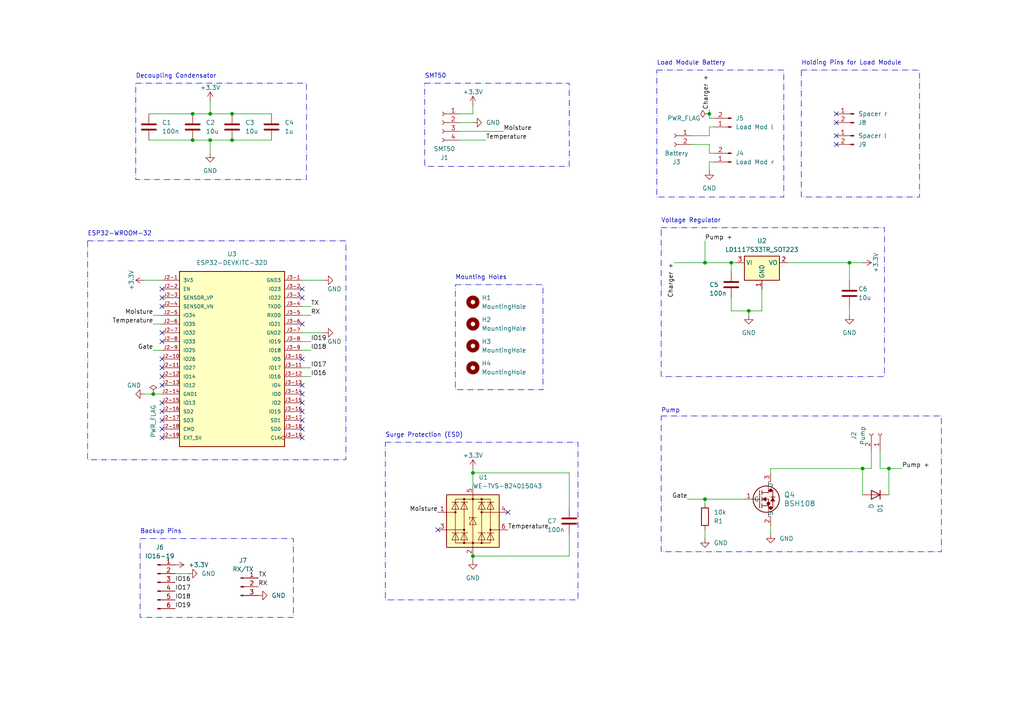
<source format=kicad_sch>
(kicad_sch (version 20230121) (generator eeschema)

  (uuid c4d8de9b-2494-4722-b282-cc2d6553a774)

  (paper "A4")

  (title_block
    (title "Plantid")
    (date "2023-10-10")
    (rev "v1.0")
    (company "Stefan Pabisch")
  )

  (lib_symbols
    (symbol "BSH108:BSH108" (pin_names (offset 0.254)) (in_bom yes) (on_board yes)
      (property "Reference" "U" (at 11.43 1.905 0)
        (effects (font (size 1.524 1.524)))
      )
      (property "Value" "BSH108" (at 11.43 -2.54 0)
        (effects (font (size 1.524 1.524)))
      )
      (property "Footprint" "SOT23_NXP" (at 0 0 0)
        (effects (font (size 1.27 1.27) italic) hide)
      )
      (property "Datasheet" "BSH108" (at 0 0 0)
        (effects (font (size 1.27 1.27) italic) hide)
      )
      (property "ki_locked" "" (at 0 0 0)
        (effects (font (size 1.27 1.27)))
      )
      (property "ki_keywords" "BSH108" (at 0 0 0)
        (effects (font (size 1.27 1.27)) hide)
      )
      (property "ki_fp_filters" "SOT23_NXP SOT23_NXP-M SOT23_NXP-L" (at 0 0 0)
        (effects (font (size 1.27 1.27)) hide)
      )
      (symbol "BSH108_0_1"
        (polyline
          (pts
            (xy 2.54 0)
            (xy 4.445 0)
          )
          (stroke (width 0.2032) (type default))
          (fill (type none))
        )
        (polyline
          (pts
            (xy 4.445 -2.54)
            (xy 4.445 2.54)
          )
          (stroke (width 0.2032) (type default))
          (fill (type none))
        )
        (polyline
          (pts
            (xy 5.08 -2.54)
            (xy 5.08 -1.27)
          )
          (stroke (width 0.2032) (type default))
          (fill (type none))
        )
        (polyline
          (pts
            (xy 5.08 -1.905)
            (xy 6.985 -1.905)
          )
          (stroke (width 0.2032) (type default))
          (fill (type none))
        )
        (polyline
          (pts
            (xy 5.08 -0.635)
            (xy 5.08 0.635)
          )
          (stroke (width 0.2032) (type default))
          (fill (type none))
        )
        (polyline
          (pts
            (xy 5.08 1.27)
            (xy 5.08 2.54)
          )
          (stroke (width 0.2032) (type default))
          (fill (type none))
        )
        (polyline
          (pts
            (xy 5.08 1.905)
            (xy 6.985 1.905)
          )
          (stroke (width 0.2032) (type default))
          (fill (type none))
        )
        (polyline
          (pts
            (xy 6.35 0)
            (xy 6.985 0)
          )
          (stroke (width 0.2032) (type default))
          (fill (type none))
        )
        (polyline
          (pts
            (xy 6.985 -5.08)
            (xy 6.985 -2.54)
          )
          (stroke (width 0.127) (type default))
          (fill (type none))
        )
        (polyline
          (pts
            (xy 6.985 -2.54)
            (xy 6.985 0)
          )
          (stroke (width 0.2032) (type default))
          (fill (type none))
        )
        (polyline
          (pts
            (xy 6.985 -2.54)
            (xy 8.255 -2.54)
          )
          (stroke (width 0.2032) (type default))
          (fill (type none))
        )
        (polyline
          (pts
            (xy 6.985 1.905)
            (xy 6.985 2.54)
          )
          (stroke (width 0.2032) (type default))
          (fill (type none))
        )
        (polyline
          (pts
            (xy 6.985 2.54)
            (xy 8.255 2.54)
          )
          (stroke (width 0.2032) (type default))
          (fill (type none))
        )
        (polyline
          (pts
            (xy 6.985 5.08)
            (xy 6.985 2.54)
          )
          (stroke (width 0.127) (type default))
          (fill (type none))
        )
        (polyline
          (pts
            (xy 7.62 -5.08)
            (xy 6.985 -5.08)
          )
          (stroke (width 0.127) (type default))
          (fill (type none))
        )
        (polyline
          (pts
            (xy 7.62 5.08)
            (xy 6.985 5.08)
          )
          (stroke (width 0.127) (type default))
          (fill (type none))
        )
        (polyline
          (pts
            (xy 8.255 -2.54)
            (xy 8.255 -0.635)
          )
          (stroke (width 0.2032) (type default))
          (fill (type none))
        )
        (polyline
          (pts
            (xy 8.255 0.635)
            (xy 8.255 2.54)
          )
          (stroke (width 0.2032) (type default))
          (fill (type none))
        )
        (polyline
          (pts
            (xy 8.89 0.635)
            (xy 7.62 0.635)
          )
          (stroke (width 0.2032) (type default))
          (fill (type none))
        )
        (polyline
          (pts
            (xy 6.35 0.635)
            (xy 5.08 0)
            (xy 6.35 -0.635)
          )
          (stroke (width 0.0254) (type default))
          (fill (type outline))
        )
        (polyline
          (pts
            (xy 8.89 -0.635)
            (xy 7.62 -0.635)
            (xy 8.255 0.635)
          )
          (stroke (width 0.0254) (type default))
          (fill (type outline))
        )
        (circle (center 6.35 0) (radius 3.81)
          (stroke (width 0.254) (type default))
          (fill (type none))
        )
        (circle (center 6.985 -1.27) (radius 0.0254)
          (stroke (width 0.508) (type default))
          (fill (type none))
        )
        (circle (center 7.62 -2.54) (radius 0.0254)
          (stroke (width 0.508) (type default))
          (fill (type none))
        )
        (circle (center 7.62 2.54) (radius 0.0254)
          (stroke (width 0.508) (type default))
          (fill (type none))
        )
        (pin unspecified line (at 0 0 0) (length 2.54)
          (name "G" (effects (font (size 1.27 1.27))))
          (number "1" (effects (font (size 1.27 1.27))))
        )
        (pin unspecified line (at 7.62 -7.62 90) (length 2.54)
          (name "S" (effects (font (size 1.27 1.27))))
          (number "2" (effects (font (size 1.27 1.27))))
        )
        (pin unspecified line (at 7.62 7.62 270) (length 2.54)
          (name "D" (effects (font (size 1.27 1.27))))
          (number "3" (effects (font (size 1.27 1.27))))
        )
      )
    )
    (symbol "Connector:Conn_01x02_Pin" (pin_names (offset 1.016) hide) (in_bom yes) (on_board yes)
      (property "Reference" "J" (at 0 2.54 0)
        (effects (font (size 1.27 1.27)))
      )
      (property "Value" "Conn_01x02_Pin" (at 0 -5.08 0)
        (effects (font (size 1.27 1.27)))
      )
      (property "Footprint" "" (at 0 0 0)
        (effects (font (size 1.27 1.27)) hide)
      )
      (property "Datasheet" "~" (at 0 0 0)
        (effects (font (size 1.27 1.27)) hide)
      )
      (property "ki_locked" "" (at 0 0 0)
        (effects (font (size 1.27 1.27)))
      )
      (property "ki_keywords" "connector" (at 0 0 0)
        (effects (font (size 1.27 1.27)) hide)
      )
      (property "ki_description" "Generic connector, single row, 01x02, script generated" (at 0 0 0)
        (effects (font (size 1.27 1.27)) hide)
      )
      (property "ki_fp_filters" "Connector*:*_1x??_*" (at 0 0 0)
        (effects (font (size 1.27 1.27)) hide)
      )
      (symbol "Conn_01x02_Pin_1_1"
        (polyline
          (pts
            (xy 1.27 -2.54)
            (xy 0.8636 -2.54)
          )
          (stroke (width 0.1524) (type default))
          (fill (type none))
        )
        (polyline
          (pts
            (xy 1.27 0)
            (xy 0.8636 0)
          )
          (stroke (width 0.1524) (type default))
          (fill (type none))
        )
        (rectangle (start 0.8636 -2.413) (end 0 -2.667)
          (stroke (width 0.1524) (type default))
          (fill (type outline))
        )
        (rectangle (start 0.8636 0.127) (end 0 -0.127)
          (stroke (width 0.1524) (type default))
          (fill (type outline))
        )
        (pin passive line (at 5.08 0 180) (length 3.81)
          (name "Pin_1" (effects (font (size 1.27 1.27))))
          (number "1" (effects (font (size 1.27 1.27))))
        )
        (pin passive line (at 5.08 -2.54 180) (length 3.81)
          (name "Pin_2" (effects (font (size 1.27 1.27))))
          (number "2" (effects (font (size 1.27 1.27))))
        )
      )
    )
    (symbol "Connector:Conn_01x02_Socket" (pin_names (offset 1.016) hide) (in_bom yes) (on_board yes)
      (property "Reference" "J" (at 0 2.54 0)
        (effects (font (size 1.27 1.27)))
      )
      (property "Value" "Conn_01x02_Socket" (at 0 -5.08 0)
        (effects (font (size 1.27 1.27)))
      )
      (property "Footprint" "" (at 0 0 0)
        (effects (font (size 1.27 1.27)) hide)
      )
      (property "Datasheet" "~" (at 0 0 0)
        (effects (font (size 1.27 1.27)) hide)
      )
      (property "ki_locked" "" (at 0 0 0)
        (effects (font (size 1.27 1.27)))
      )
      (property "ki_keywords" "connector" (at 0 0 0)
        (effects (font (size 1.27 1.27)) hide)
      )
      (property "ki_description" "Generic connector, single row, 01x02, script generated" (at 0 0 0)
        (effects (font (size 1.27 1.27)) hide)
      )
      (property "ki_fp_filters" "Connector*:*_1x??_*" (at 0 0 0)
        (effects (font (size 1.27 1.27)) hide)
      )
      (symbol "Conn_01x02_Socket_1_1"
        (arc (start 0 -2.032) (mid -0.5058 -2.54) (end 0 -3.048)
          (stroke (width 0.1524) (type default))
          (fill (type none))
        )
        (polyline
          (pts
            (xy -1.27 -2.54)
            (xy -0.508 -2.54)
          )
          (stroke (width 0.1524) (type default))
          (fill (type none))
        )
        (polyline
          (pts
            (xy -1.27 0)
            (xy -0.508 0)
          )
          (stroke (width 0.1524) (type default))
          (fill (type none))
        )
        (arc (start 0 0.508) (mid -0.5058 0) (end 0 -0.508)
          (stroke (width 0.1524) (type default))
          (fill (type none))
        )
        (pin passive line (at -5.08 0 0) (length 3.81)
          (name "Pin_1" (effects (font (size 1.27 1.27))))
          (number "1" (effects (font (size 1.27 1.27))))
        )
        (pin passive line (at -5.08 -2.54 0) (length 3.81)
          (name "Pin_2" (effects (font (size 1.27 1.27))))
          (number "2" (effects (font (size 1.27 1.27))))
        )
      )
    )
    (symbol "Connector:Conn_01x03_Pin" (pin_names (offset 1.016) hide) (in_bom yes) (on_board yes)
      (property "Reference" "J" (at 0 5.08 0)
        (effects (font (size 1.27 1.27)))
      )
      (property "Value" "Conn_01x03_Pin" (at 0 -5.08 0)
        (effects (font (size 1.27 1.27)))
      )
      (property "Footprint" "" (at 0 0 0)
        (effects (font (size 1.27 1.27)) hide)
      )
      (property "Datasheet" "~" (at 0 0 0)
        (effects (font (size 1.27 1.27)) hide)
      )
      (property "ki_locked" "" (at 0 0 0)
        (effects (font (size 1.27 1.27)))
      )
      (property "ki_keywords" "connector" (at 0 0 0)
        (effects (font (size 1.27 1.27)) hide)
      )
      (property "ki_description" "Generic connector, single row, 01x03, script generated" (at 0 0 0)
        (effects (font (size 1.27 1.27)) hide)
      )
      (property "ki_fp_filters" "Connector*:*_1x??_*" (at 0 0 0)
        (effects (font (size 1.27 1.27)) hide)
      )
      (symbol "Conn_01x03_Pin_1_1"
        (polyline
          (pts
            (xy 1.27 -2.54)
            (xy 0.8636 -2.54)
          )
          (stroke (width 0.1524) (type default))
          (fill (type none))
        )
        (polyline
          (pts
            (xy 1.27 0)
            (xy 0.8636 0)
          )
          (stroke (width 0.1524) (type default))
          (fill (type none))
        )
        (polyline
          (pts
            (xy 1.27 2.54)
            (xy 0.8636 2.54)
          )
          (stroke (width 0.1524) (type default))
          (fill (type none))
        )
        (rectangle (start 0.8636 -2.413) (end 0 -2.667)
          (stroke (width 0.1524) (type default))
          (fill (type outline))
        )
        (rectangle (start 0.8636 0.127) (end 0 -0.127)
          (stroke (width 0.1524) (type default))
          (fill (type outline))
        )
        (rectangle (start 0.8636 2.667) (end 0 2.413)
          (stroke (width 0.1524) (type default))
          (fill (type outline))
        )
        (pin passive line (at 5.08 2.54 180) (length 3.81)
          (name "Pin_1" (effects (font (size 1.27 1.27))))
          (number "1" (effects (font (size 1.27 1.27))))
        )
        (pin passive line (at 5.08 0 180) (length 3.81)
          (name "Pin_2" (effects (font (size 1.27 1.27))))
          (number "2" (effects (font (size 1.27 1.27))))
        )
        (pin passive line (at 5.08 -2.54 180) (length 3.81)
          (name "Pin_3" (effects (font (size 1.27 1.27))))
          (number "3" (effects (font (size 1.27 1.27))))
        )
      )
    )
    (symbol "Connector:Conn_01x04_Socket" (pin_names (offset 1.016) hide) (in_bom yes) (on_board yes)
      (property "Reference" "J" (at 0 5.08 0)
        (effects (font (size 1.27 1.27)))
      )
      (property "Value" "Conn_01x04_Socket" (at 0 -7.62 0)
        (effects (font (size 1.27 1.27)))
      )
      (property "Footprint" "" (at 0 0 0)
        (effects (font (size 1.27 1.27)) hide)
      )
      (property "Datasheet" "~" (at 0 0 0)
        (effects (font (size 1.27 1.27)) hide)
      )
      (property "ki_locked" "" (at 0 0 0)
        (effects (font (size 1.27 1.27)))
      )
      (property "ki_keywords" "connector" (at 0 0 0)
        (effects (font (size 1.27 1.27)) hide)
      )
      (property "ki_description" "Generic connector, single row, 01x04, script generated" (at 0 0 0)
        (effects (font (size 1.27 1.27)) hide)
      )
      (property "ki_fp_filters" "Connector*:*_1x??_*" (at 0 0 0)
        (effects (font (size 1.27 1.27)) hide)
      )
      (symbol "Conn_01x04_Socket_1_1"
        (arc (start 0 -4.572) (mid -0.5058 -5.08) (end 0 -5.588)
          (stroke (width 0.1524) (type default))
          (fill (type none))
        )
        (arc (start 0 -2.032) (mid -0.5058 -2.54) (end 0 -3.048)
          (stroke (width 0.1524) (type default))
          (fill (type none))
        )
        (polyline
          (pts
            (xy -1.27 -5.08)
            (xy -0.508 -5.08)
          )
          (stroke (width 0.1524) (type default))
          (fill (type none))
        )
        (polyline
          (pts
            (xy -1.27 -2.54)
            (xy -0.508 -2.54)
          )
          (stroke (width 0.1524) (type default))
          (fill (type none))
        )
        (polyline
          (pts
            (xy -1.27 0)
            (xy -0.508 0)
          )
          (stroke (width 0.1524) (type default))
          (fill (type none))
        )
        (polyline
          (pts
            (xy -1.27 2.54)
            (xy -0.508 2.54)
          )
          (stroke (width 0.1524) (type default))
          (fill (type none))
        )
        (arc (start 0 0.508) (mid -0.5058 0) (end 0 -0.508)
          (stroke (width 0.1524) (type default))
          (fill (type none))
        )
        (arc (start 0 3.048) (mid -0.5058 2.54) (end 0 2.032)
          (stroke (width 0.1524) (type default))
          (fill (type none))
        )
        (pin passive line (at -5.08 2.54 0) (length 3.81)
          (name "Pin_1" (effects (font (size 1.27 1.27))))
          (number "1" (effects (font (size 1.27 1.27))))
        )
        (pin passive line (at -5.08 0 0) (length 3.81)
          (name "Pin_2" (effects (font (size 1.27 1.27))))
          (number "2" (effects (font (size 1.27 1.27))))
        )
        (pin passive line (at -5.08 -2.54 0) (length 3.81)
          (name "Pin_3" (effects (font (size 1.27 1.27))))
          (number "3" (effects (font (size 1.27 1.27))))
        )
        (pin passive line (at -5.08 -5.08 0) (length 3.81)
          (name "Pin_4" (effects (font (size 1.27 1.27))))
          (number "4" (effects (font (size 1.27 1.27))))
        )
      )
    )
    (symbol "Connector:Conn_01x06_Pin" (pin_names (offset 1.016) hide) (in_bom yes) (on_board yes)
      (property "Reference" "J" (at 0 7.62 0)
        (effects (font (size 1.27 1.27)))
      )
      (property "Value" "Conn_01x06_Pin" (at 0 -10.16 0)
        (effects (font (size 1.27 1.27)))
      )
      (property "Footprint" "" (at 0 0 0)
        (effects (font (size 1.27 1.27)) hide)
      )
      (property "Datasheet" "~" (at 0 0 0)
        (effects (font (size 1.27 1.27)) hide)
      )
      (property "ki_locked" "" (at 0 0 0)
        (effects (font (size 1.27 1.27)))
      )
      (property "ki_keywords" "connector" (at 0 0 0)
        (effects (font (size 1.27 1.27)) hide)
      )
      (property "ki_description" "Generic connector, single row, 01x06, script generated" (at 0 0 0)
        (effects (font (size 1.27 1.27)) hide)
      )
      (property "ki_fp_filters" "Connector*:*_1x??_*" (at 0 0 0)
        (effects (font (size 1.27 1.27)) hide)
      )
      (symbol "Conn_01x06_Pin_1_1"
        (polyline
          (pts
            (xy 1.27 -7.62)
            (xy 0.8636 -7.62)
          )
          (stroke (width 0.1524) (type default))
          (fill (type none))
        )
        (polyline
          (pts
            (xy 1.27 -5.08)
            (xy 0.8636 -5.08)
          )
          (stroke (width 0.1524) (type default))
          (fill (type none))
        )
        (polyline
          (pts
            (xy 1.27 -2.54)
            (xy 0.8636 -2.54)
          )
          (stroke (width 0.1524) (type default))
          (fill (type none))
        )
        (polyline
          (pts
            (xy 1.27 0)
            (xy 0.8636 0)
          )
          (stroke (width 0.1524) (type default))
          (fill (type none))
        )
        (polyline
          (pts
            (xy 1.27 2.54)
            (xy 0.8636 2.54)
          )
          (stroke (width 0.1524) (type default))
          (fill (type none))
        )
        (polyline
          (pts
            (xy 1.27 5.08)
            (xy 0.8636 5.08)
          )
          (stroke (width 0.1524) (type default))
          (fill (type none))
        )
        (rectangle (start 0.8636 -7.493) (end 0 -7.747)
          (stroke (width 0.1524) (type default))
          (fill (type outline))
        )
        (rectangle (start 0.8636 -4.953) (end 0 -5.207)
          (stroke (width 0.1524) (type default))
          (fill (type outline))
        )
        (rectangle (start 0.8636 -2.413) (end 0 -2.667)
          (stroke (width 0.1524) (type default))
          (fill (type outline))
        )
        (rectangle (start 0.8636 0.127) (end 0 -0.127)
          (stroke (width 0.1524) (type default))
          (fill (type outline))
        )
        (rectangle (start 0.8636 2.667) (end 0 2.413)
          (stroke (width 0.1524) (type default))
          (fill (type outline))
        )
        (rectangle (start 0.8636 5.207) (end 0 4.953)
          (stroke (width 0.1524) (type default))
          (fill (type outline))
        )
        (pin passive line (at 5.08 5.08 180) (length 3.81)
          (name "Pin_1" (effects (font (size 1.27 1.27))))
          (number "1" (effects (font (size 1.27 1.27))))
        )
        (pin passive line (at 5.08 2.54 180) (length 3.81)
          (name "Pin_2" (effects (font (size 1.27 1.27))))
          (number "2" (effects (font (size 1.27 1.27))))
        )
        (pin passive line (at 5.08 0 180) (length 3.81)
          (name "Pin_3" (effects (font (size 1.27 1.27))))
          (number "3" (effects (font (size 1.27 1.27))))
        )
        (pin passive line (at 5.08 -2.54 180) (length 3.81)
          (name "Pin_4" (effects (font (size 1.27 1.27))))
          (number "4" (effects (font (size 1.27 1.27))))
        )
        (pin passive line (at 5.08 -5.08 180) (length 3.81)
          (name "Pin_5" (effects (font (size 1.27 1.27))))
          (number "5" (effects (font (size 1.27 1.27))))
        )
        (pin passive line (at 5.08 -7.62 180) (length 3.81)
          (name "Pin_6" (effects (font (size 1.27 1.27))))
          (number "6" (effects (font (size 1.27 1.27))))
        )
      )
    )
    (symbol "Device:C" (pin_numbers hide) (pin_names (offset 0.254)) (in_bom yes) (on_board yes)
      (property "Reference" "C" (at 0.635 2.54 0)
        (effects (font (size 1.27 1.27)) (justify left))
      )
      (property "Value" "C" (at 0.635 -2.54 0)
        (effects (font (size 1.27 1.27)) (justify left))
      )
      (property "Footprint" "" (at 0.9652 -3.81 0)
        (effects (font (size 1.27 1.27)) hide)
      )
      (property "Datasheet" "~" (at 0 0 0)
        (effects (font (size 1.27 1.27)) hide)
      )
      (property "ki_keywords" "cap capacitor" (at 0 0 0)
        (effects (font (size 1.27 1.27)) hide)
      )
      (property "ki_description" "Unpolarized capacitor" (at 0 0 0)
        (effects (font (size 1.27 1.27)) hide)
      )
      (property "ki_fp_filters" "C_*" (at 0 0 0)
        (effects (font (size 1.27 1.27)) hide)
      )
      (symbol "C_0_1"
        (polyline
          (pts
            (xy -2.032 -0.762)
            (xy 2.032 -0.762)
          )
          (stroke (width 0.508) (type default))
          (fill (type none))
        )
        (polyline
          (pts
            (xy -2.032 0.762)
            (xy 2.032 0.762)
          )
          (stroke (width 0.508) (type default))
          (fill (type none))
        )
      )
      (symbol "C_1_1"
        (pin passive line (at 0 3.81 270) (length 2.794)
          (name "~" (effects (font (size 1.27 1.27))))
          (number "1" (effects (font (size 1.27 1.27))))
        )
        (pin passive line (at 0 -3.81 90) (length 2.794)
          (name "~" (effects (font (size 1.27 1.27))))
          (number "2" (effects (font (size 1.27 1.27))))
        )
      )
    )
    (symbol "Device:D" (pin_numbers hide) (pin_names (offset 1.016) hide) (in_bom yes) (on_board yes)
      (property "Reference" "D" (at 0 2.54 0)
        (effects (font (size 1.27 1.27)))
      )
      (property "Value" "D" (at 0 -2.54 0)
        (effects (font (size 1.27 1.27)))
      )
      (property "Footprint" "" (at 0 0 0)
        (effects (font (size 1.27 1.27)) hide)
      )
      (property "Datasheet" "~" (at 0 0 0)
        (effects (font (size 1.27 1.27)) hide)
      )
      (property "Sim.Device" "D" (at 0 0 0)
        (effects (font (size 1.27 1.27)) hide)
      )
      (property "Sim.Pins" "1=K 2=A" (at 0 0 0)
        (effects (font (size 1.27 1.27)) hide)
      )
      (property "ki_keywords" "diode" (at 0 0 0)
        (effects (font (size 1.27 1.27)) hide)
      )
      (property "ki_description" "Diode" (at 0 0 0)
        (effects (font (size 1.27 1.27)) hide)
      )
      (property "ki_fp_filters" "TO-???* *_Diode_* *SingleDiode* D_*" (at 0 0 0)
        (effects (font (size 1.27 1.27)) hide)
      )
      (symbol "D_0_1"
        (polyline
          (pts
            (xy -1.27 1.27)
            (xy -1.27 -1.27)
          )
          (stroke (width 0.254) (type default))
          (fill (type none))
        )
        (polyline
          (pts
            (xy 1.27 0)
            (xy -1.27 0)
          )
          (stroke (width 0) (type default))
          (fill (type none))
        )
        (polyline
          (pts
            (xy 1.27 1.27)
            (xy 1.27 -1.27)
            (xy -1.27 0)
            (xy 1.27 1.27)
          )
          (stroke (width 0.254) (type default))
          (fill (type none))
        )
      )
      (symbol "D_1_1"
        (pin passive line (at -3.81 0 0) (length 2.54)
          (name "K" (effects (font (size 1.27 1.27))))
          (number "1" (effects (font (size 1.27 1.27))))
        )
        (pin passive line (at 3.81 0 180) (length 2.54)
          (name "A" (effects (font (size 1.27 1.27))))
          (number "2" (effects (font (size 1.27 1.27))))
        )
      )
    )
    (symbol "Device:R" (pin_numbers hide) (pin_names (offset 0)) (in_bom yes) (on_board yes)
      (property "Reference" "R" (at 2.032 0 90)
        (effects (font (size 1.27 1.27)))
      )
      (property "Value" "R" (at 0 0 90)
        (effects (font (size 1.27 1.27)))
      )
      (property "Footprint" "" (at -1.778 0 90)
        (effects (font (size 1.27 1.27)) hide)
      )
      (property "Datasheet" "~" (at 0 0 0)
        (effects (font (size 1.27 1.27)) hide)
      )
      (property "ki_keywords" "R res resistor" (at 0 0 0)
        (effects (font (size 1.27 1.27)) hide)
      )
      (property "ki_description" "Resistor" (at 0 0 0)
        (effects (font (size 1.27 1.27)) hide)
      )
      (property "ki_fp_filters" "R_*" (at 0 0 0)
        (effects (font (size 1.27 1.27)) hide)
      )
      (symbol "R_0_1"
        (rectangle (start -1.016 -2.54) (end 1.016 2.54)
          (stroke (width 0.254) (type default))
          (fill (type none))
        )
      )
      (symbol "R_1_1"
        (pin passive line (at 0 3.81 270) (length 1.27)
          (name "~" (effects (font (size 1.27 1.27))))
          (number "1" (effects (font (size 1.27 1.27))))
        )
        (pin passive line (at 0 -3.81 90) (length 1.27)
          (name "~" (effects (font (size 1.27 1.27))))
          (number "2" (effects (font (size 1.27 1.27))))
        )
      )
    )
    (symbol "ESP32-DEVKITC-32D:ESP32-DEVKITC-32D" (pin_names (offset 1.016)) (in_bom yes) (on_board yes)
      (property "Reference" "U" (at -15.2572 26.0643 0)
        (effects (font (size 1.27 1.27)) (justify left bottom))
      )
      (property "Value" "ESP32-DEVKITC-32D" (at -15.2563 -27.9698 0)
        (effects (font (size 1.27 1.27)) (justify left bottom))
      )
      (property "Footprint" "ESP32-DEVKITC-32D:MODULE_ESP32-DEVKITC-32D" (at 0 0 0)
        (effects (font (size 1.27 1.27)) (justify bottom) hide)
      )
      (property "Datasheet" "" (at 0 0 0)
        (effects (font (size 1.27 1.27)) hide)
      )
      (property "MF" "Espressif Systems" (at 0 0 0)
        (effects (font (size 1.27 1.27)) (justify bottom) hide)
      )
      (property "MAXIMUM_PACKAGE_HEIGHT" "N/A" (at 0 0 0)
        (effects (font (size 1.27 1.27)) (justify bottom) hide)
      )
      (property "Package" "None" (at 0 0 0)
        (effects (font (size 1.27 1.27)) (justify bottom) hide)
      )
      (property "Price" "None" (at 0 0 0)
        (effects (font (size 1.27 1.27)) (justify bottom) hide)
      )
      (property "Check_prices" "https://www.snapeda.com/parts/ESP32-DEVKITC-32D/Espressif+Systems/view-part/?ref=eda" (at 0 0 0)
        (effects (font (size 1.27 1.27)) (justify bottom) hide)
      )
      (property "STANDARD" "Manufacturer Recommendations" (at 0 0 0)
        (effects (font (size 1.27 1.27)) (justify bottom) hide)
      )
      (property "PARTREV" "V4" (at 0 0 0)
        (effects (font (size 1.27 1.27)) (justify bottom) hide)
      )
      (property "SnapEDA_Link" "https://www.snapeda.com/parts/ESP32-DEVKITC-32D/Espressif+Systems/view-part/?ref=snap" (at 0 0 0)
        (effects (font (size 1.27 1.27)) (justify bottom) hide)
      )
      (property "MP" "ESP32-DEVKITC-32D" (at 0 0 0)
        (effects (font (size 1.27 1.27)) (justify bottom) hide)
      )
      (property "Purchase-URL" "https://www.snapeda.com/api/url_track_click_mouser/?unipart_id=2777395&manufacturer=Espressif Systems&part_name=ESP32-DEVKITC-32D&search_term=None" (at 0 0 0)
        (effects (font (size 1.27 1.27)) (justify bottom) hide)
      )
      (property "Description" "\nWiFi Development Tools (802.11) ESP32 General Development Kit, ESP32-WROOM-32D on the board\n" (at 0 0 0)
        (effects (font (size 1.27 1.27)) (justify bottom) hide)
      )
      (property "MANUFACTURER" "Espressif Systems" (at 0 0 0)
        (effects (font (size 1.27 1.27)) (justify bottom) hide)
      )
      (property "Availability" "In Stock" (at 0 0 0)
        (effects (font (size 1.27 1.27)) (justify bottom) hide)
      )
      (property "SNAPEDA_PN" "ESP32-DEVKITC-32D" (at 0 0 0)
        (effects (font (size 1.27 1.27)) (justify bottom) hide)
      )
      (symbol "ESP32-DEVKITC-32D_0_0"
        (rectangle (start -15.24 -25.4) (end 15.24 25.4)
          (stroke (width 0.254) (type default))
          (fill (type background))
        )
        (pin power_in line (at -20.32 22.86 0) (length 5.08)
          (name "3V3" (effects (font (size 1.016 1.016))))
          (number "J2-1" (effects (font (size 1.016 1.016))))
        )
        (pin bidirectional line (at -20.32 0 0) (length 5.08)
          (name "IO26" (effects (font (size 1.016 1.016))))
          (number "J2-10" (effects (font (size 1.016 1.016))))
        )
        (pin bidirectional line (at -20.32 -2.54 0) (length 5.08)
          (name "IO27" (effects (font (size 1.016 1.016))))
          (number "J2-11" (effects (font (size 1.016 1.016))))
        )
        (pin bidirectional line (at -20.32 -5.08 0) (length 5.08)
          (name "IO14" (effects (font (size 1.016 1.016))))
          (number "J2-12" (effects (font (size 1.016 1.016))))
        )
        (pin bidirectional line (at -20.32 -7.62 0) (length 5.08)
          (name "IO12" (effects (font (size 1.016 1.016))))
          (number "J2-13" (effects (font (size 1.016 1.016))))
        )
        (pin power_in line (at -20.32 -10.16 0) (length 5.08)
          (name "GND1" (effects (font (size 1.016 1.016))))
          (number "J2-14" (effects (font (size 1.016 1.016))))
        )
        (pin bidirectional line (at -20.32 -12.7 0) (length 5.08)
          (name "IO13" (effects (font (size 1.016 1.016))))
          (number "J2-15" (effects (font (size 1.016 1.016))))
        )
        (pin bidirectional line (at -20.32 -15.24 0) (length 5.08)
          (name "SD2" (effects (font (size 1.016 1.016))))
          (number "J2-16" (effects (font (size 1.016 1.016))))
        )
        (pin bidirectional line (at -20.32 -17.78 0) (length 5.08)
          (name "SD3" (effects (font (size 1.016 1.016))))
          (number "J2-17" (effects (font (size 1.016 1.016))))
        )
        (pin bidirectional line (at -20.32 -20.32 0) (length 5.08)
          (name "CMD" (effects (font (size 1.016 1.016))))
          (number "J2-18" (effects (font (size 1.016 1.016))))
        )
        (pin power_in line (at -20.32 -22.86 0) (length 5.08)
          (name "EXT_5V" (effects (font (size 1.016 1.016))))
          (number "J2-19" (effects (font (size 1.016 1.016))))
        )
        (pin input line (at -20.32 20.32 0) (length 5.08)
          (name "EN" (effects (font (size 1.016 1.016))))
          (number "J2-2" (effects (font (size 1.016 1.016))))
        )
        (pin input line (at -20.32 17.78 0) (length 5.08)
          (name "SENSOR_VP" (effects (font (size 1.016 1.016))))
          (number "J2-3" (effects (font (size 1.016 1.016))))
        )
        (pin input line (at -20.32 15.24 0) (length 5.08)
          (name "SENSOR_VN" (effects (font (size 1.016 1.016))))
          (number "J2-4" (effects (font (size 1.016 1.016))))
        )
        (pin bidirectional line (at -20.32 12.7 0) (length 5.08)
          (name "IO34" (effects (font (size 1.016 1.016))))
          (number "J2-5" (effects (font (size 1.016 1.016))))
        )
        (pin bidirectional line (at -20.32 10.16 0) (length 5.08)
          (name "IO35" (effects (font (size 1.016 1.016))))
          (number "J2-6" (effects (font (size 1.016 1.016))))
        )
        (pin bidirectional line (at -20.32 7.62 0) (length 5.08)
          (name "IO32" (effects (font (size 1.016 1.016))))
          (number "J2-7" (effects (font (size 1.016 1.016))))
        )
        (pin bidirectional line (at -20.32 5.08 0) (length 5.08)
          (name "IO33" (effects (font (size 1.016 1.016))))
          (number "J2-8" (effects (font (size 1.016 1.016))))
        )
        (pin bidirectional line (at -20.32 2.54 0) (length 5.08)
          (name "IO25" (effects (font (size 1.016 1.016))))
          (number "J2-9" (effects (font (size 1.016 1.016))))
        )
        (pin power_in line (at 20.32 22.86 180) (length 5.08)
          (name "GND3" (effects (font (size 1.016 1.016))))
          (number "J3-1" (effects (font (size 1.016 1.016))))
        )
        (pin bidirectional line (at 20.32 0 180) (length 5.08)
          (name "IO5" (effects (font (size 1.016 1.016))))
          (number "J3-10" (effects (font (size 1.016 1.016))))
        )
        (pin bidirectional line (at 20.32 -2.54 180) (length 5.08)
          (name "IO17" (effects (font (size 1.016 1.016))))
          (number "J3-11" (effects (font (size 1.016 1.016))))
        )
        (pin bidirectional line (at 20.32 -5.08 180) (length 5.08)
          (name "IO16" (effects (font (size 1.016 1.016))))
          (number "J3-12" (effects (font (size 1.016 1.016))))
        )
        (pin bidirectional line (at 20.32 -7.62 180) (length 5.08)
          (name "IO4" (effects (font (size 1.016 1.016))))
          (number "J3-13" (effects (font (size 1.016 1.016))))
        )
        (pin bidirectional line (at 20.32 -10.16 180) (length 5.08)
          (name "IO0" (effects (font (size 1.016 1.016))))
          (number "J3-14" (effects (font (size 1.016 1.016))))
        )
        (pin bidirectional line (at 20.32 -12.7 180) (length 5.08)
          (name "IO2" (effects (font (size 1.016 1.016))))
          (number "J3-15" (effects (font (size 1.016 1.016))))
        )
        (pin bidirectional line (at 20.32 -15.24 180) (length 5.08)
          (name "IO15" (effects (font (size 1.016 1.016))))
          (number "J3-16" (effects (font (size 1.016 1.016))))
        )
        (pin bidirectional line (at 20.32 -17.78 180) (length 5.08)
          (name "SD1" (effects (font (size 1.016 1.016))))
          (number "J3-17" (effects (font (size 1.016 1.016))))
        )
        (pin bidirectional line (at 20.32 -20.32 180) (length 5.08)
          (name "SD0" (effects (font (size 1.016 1.016))))
          (number "J3-18" (effects (font (size 1.016 1.016))))
        )
        (pin input clock (at 20.32 -22.86 180) (length 5.08)
          (name "CLK" (effects (font (size 1.016 1.016))))
          (number "J3-19" (effects (font (size 1.016 1.016))))
        )
        (pin bidirectional line (at 20.32 20.32 180) (length 5.08)
          (name "IO23" (effects (font (size 1.016 1.016))))
          (number "J3-2" (effects (font (size 1.016 1.016))))
        )
        (pin bidirectional line (at 20.32 17.78 180) (length 5.08)
          (name "IO22" (effects (font (size 1.016 1.016))))
          (number "J3-3" (effects (font (size 1.016 1.016))))
        )
        (pin output line (at 20.32 15.24 180) (length 5.08)
          (name "TXD0" (effects (font (size 1.016 1.016))))
          (number "J3-4" (effects (font (size 1.016 1.016))))
        )
        (pin input line (at 20.32 12.7 180) (length 5.08)
          (name "RXD0" (effects (font (size 1.016 1.016))))
          (number "J3-5" (effects (font (size 1.016 1.016))))
        )
        (pin bidirectional line (at 20.32 10.16 180) (length 5.08)
          (name "IO21" (effects (font (size 1.016 1.016))))
          (number "J3-6" (effects (font (size 1.016 1.016))))
        )
        (pin power_in line (at 20.32 7.62 180) (length 5.08)
          (name "GND2" (effects (font (size 1.016 1.016))))
          (number "J3-7" (effects (font (size 1.016 1.016))))
        )
        (pin bidirectional line (at 20.32 5.08 180) (length 5.08)
          (name "IO19" (effects (font (size 1.016 1.016))))
          (number "J3-8" (effects (font (size 1.016 1.016))))
        )
        (pin bidirectional line (at 20.32 2.54 180) (length 5.08)
          (name "IO18" (effects (font (size 1.016 1.016))))
          (number "J3-9" (effects (font (size 1.016 1.016))))
        )
      )
    )
    (symbol "Mechanical:MountingHole" (pin_names (offset 1.016)) (in_bom yes) (on_board yes)
      (property "Reference" "H" (at 0 5.08 0)
        (effects (font (size 1.27 1.27)))
      )
      (property "Value" "MountingHole" (at 0 3.175 0)
        (effects (font (size 1.27 1.27)))
      )
      (property "Footprint" "" (at 0 0 0)
        (effects (font (size 1.27 1.27)) hide)
      )
      (property "Datasheet" "~" (at 0 0 0)
        (effects (font (size 1.27 1.27)) hide)
      )
      (property "ki_keywords" "mounting hole" (at 0 0 0)
        (effects (font (size 1.27 1.27)) hide)
      )
      (property "ki_description" "Mounting Hole without connection" (at 0 0 0)
        (effects (font (size 1.27 1.27)) hide)
      )
      (property "ki_fp_filters" "MountingHole*" (at 0 0 0)
        (effects (font (size 1.27 1.27)) hide)
      )
      (symbol "MountingHole_0_1"
        (circle (center 0 0) (radius 1.27)
          (stroke (width 1.27) (type default))
          (fill (type none))
        )
      )
    )
    (symbol "Power_Protection:WE-TVS-824015043" (pin_names hide) (in_bom yes) (on_board yes)
      (property "Reference" "U" (at 0 12.7 0)
        (effects (font (size 1.27 1.27)))
      )
      (property "Value" "WE-TVS-824015043" (at 0 10.16 0)
        (effects (font (size 1.27 1.27)))
      )
      (property "Footprint" "Package_TO_SOT_SMD:SOT-23-6" (at 1.27 -8.89 0)
        (effects (font (size 1.27 1.27)) hide)
      )
      (property "Datasheet" "https://www.we-online.com/components/products/datasheet/824015043.pdf" (at 1.27 -10.16 0)
        (effects (font (size 1.27 1.27)) hide)
      )
      (property "ki_keywords" "ESD Protection TVS High-speed USB" (at 0 0 0)
        (effects (font (size 1.27 1.27)) hide)
      )
      (property "ki_description" "Low Capacitance TVS Diode Array, 2 Channels, SOT-23-6" (at 0 0 0)
        (effects (font (size 1.27 1.27)) hide)
      )
      (property "ki_fp_filters" "SOT?23*" (at 0 0 0)
        (effects (font (size 1.27 1.27)) hide)
      )
      (symbol "WE-TVS-824015043_0_1"
        (rectangle (start -7.62 -7.62) (end 7.62 7.62)
          (stroke (width 0.254) (type default))
          (fill (type background))
        )
        (circle (center -5.08 2.54) (radius 0.254)
          (stroke (width 0) (type default))
          (fill (type outline))
        )
        (circle (center -2.54 -6.35) (radius 0.254)
          (stroke (width 0) (type default))
          (fill (type outline))
        )
        (circle (center -2.54 -2.54) (radius 0.254)
          (stroke (width 0) (type default))
          (fill (type outline))
        )
        (circle (center -2.54 6.35) (radius 0.254)
          (stroke (width 0) (type default))
          (fill (type outline))
        )
        (rectangle (start -2.54 6.35) (end 2.54 -6.35)
          (stroke (width 0) (type default))
          (fill (type none))
        )
        (circle (center 0 -6.35) (radius 0.254)
          (stroke (width 0) (type default))
          (fill (type outline))
        )
        (polyline
          (pts
            (xy -5.08 2.54)
            (xy -7.62 2.54)
          )
          (stroke (width 0) (type default))
          (fill (type none))
        )
        (polyline
          (pts
            (xy -4.064 -3.429)
            (xy -6.096 -3.429)
          )
          (stroke (width 0) (type default))
          (fill (type none))
        )
        (polyline
          (pts
            (xy -4.064 5.461)
            (xy -6.096 5.461)
          )
          (stroke (width 0) (type default))
          (fill (type none))
        )
        (polyline
          (pts
            (xy -2.54 -2.54)
            (xy -7.62 -2.54)
          )
          (stroke (width 0) (type default))
          (fill (type none))
        )
        (polyline
          (pts
            (xy -1.524 -3.429)
            (xy -3.556 -3.429)
          )
          (stroke (width 0) (type default))
          (fill (type none))
        )
        (polyline
          (pts
            (xy -1.524 5.461)
            (xy -3.556 5.461)
          )
          (stroke (width 0) (type default))
          (fill (type none))
        )
        (polyline
          (pts
            (xy 0 -7.62)
            (xy 0 -6.35)
          )
          (stroke (width 0) (type default))
          (fill (type none))
        )
        (polyline
          (pts
            (xy 0 -6.35)
            (xy 0 1.27)
          )
          (stroke (width 0) (type default))
          (fill (type none))
        )
        (polyline
          (pts
            (xy 0 1.27)
            (xy 0 6.35)
          )
          (stroke (width 0) (type default))
          (fill (type none))
        )
        (polyline
          (pts
            (xy 0 6.35)
            (xy 0 7.62)
          )
          (stroke (width 0) (type default))
          (fill (type none))
        )
        (polyline
          (pts
            (xy 1.524 -3.429)
            (xy 3.556 -3.429)
          )
          (stroke (width 0) (type default))
          (fill (type none))
        )
        (polyline
          (pts
            (xy 1.524 5.461)
            (xy 3.556 5.461)
          )
          (stroke (width 0) (type default))
          (fill (type none))
        )
        (polyline
          (pts
            (xy 2.54 2.54)
            (xy 7.62 2.54)
          )
          (stroke (width 0) (type default))
          (fill (type none))
        )
        (polyline
          (pts
            (xy 4.064 -3.429)
            (xy 6.096 -3.429)
          )
          (stroke (width 0) (type default))
          (fill (type none))
        )
        (polyline
          (pts
            (xy 4.064 5.461)
            (xy 6.096 5.461)
          )
          (stroke (width 0) (type default))
          (fill (type none))
        )
        (polyline
          (pts
            (xy 5.08 -2.54)
            (xy 7.62 -2.54)
          )
          (stroke (width 0) (type default))
          (fill (type none))
        )
        (polyline
          (pts
            (xy -6.096 -5.461)
            (xy -4.064 -5.461)
            (xy -5.08 -3.429)
            (xy -6.096 -5.461)
          )
          (stroke (width 0) (type default))
          (fill (type none))
        )
        (polyline
          (pts
            (xy -6.096 3.429)
            (xy -4.064 3.429)
            (xy -5.08 5.461)
            (xy -6.096 3.429)
          )
          (stroke (width 0) (type default))
          (fill (type none))
        )
        (polyline
          (pts
            (xy -3.556 -5.461)
            (xy -1.524 -5.461)
            (xy -2.54 -3.429)
            (xy -3.556 -5.461)
          )
          (stroke (width 0) (type default))
          (fill (type none))
        )
        (polyline
          (pts
            (xy -3.556 3.429)
            (xy -1.524 3.429)
            (xy -2.54 5.461)
            (xy -3.556 3.429)
          )
          (stroke (width 0) (type default))
          (fill (type none))
        )
        (polyline
          (pts
            (xy -2.54 6.35)
            (xy -5.08 6.35)
            (xy -5.08 -6.35)
            (xy -2.54 -6.35)
          )
          (stroke (width 0) (type default))
          (fill (type none))
        )
        (polyline
          (pts
            (xy -1.016 -1.016)
            (xy 1.016 -1.016)
            (xy 0 1.016)
            (xy -1.016 -1.016)
          )
          (stroke (width 0) (type default))
          (fill (type none))
        )
        (polyline
          (pts
            (xy 1.016 1.016)
            (xy 0.762 1.016)
            (xy -1.016 1.016)
            (xy -1.016 0.508)
          )
          (stroke (width 0) (type default))
          (fill (type none))
        )
        (polyline
          (pts
            (xy 2.54 6.35)
            (xy 5.08 6.35)
            (xy 5.08 -6.35)
            (xy 2.54 -6.35)
          )
          (stroke (width 0) (type default))
          (fill (type none))
        )
        (polyline
          (pts
            (xy 3.556 -5.461)
            (xy 1.524 -5.461)
            (xy 2.54 -3.429)
            (xy 3.556 -5.461)
          )
          (stroke (width 0) (type default))
          (fill (type none))
        )
        (polyline
          (pts
            (xy 3.556 3.429)
            (xy 1.524 3.429)
            (xy 2.54 5.461)
            (xy 3.556 3.429)
          )
          (stroke (width 0) (type default))
          (fill (type none))
        )
        (polyline
          (pts
            (xy 6.096 -5.461)
            (xy 4.064 -5.461)
            (xy 5.08 -3.429)
            (xy 6.096 -5.461)
          )
          (stroke (width 0) (type default))
          (fill (type none))
        )
        (polyline
          (pts
            (xy 6.096 3.429)
            (xy 4.064 3.429)
            (xy 5.08 5.461)
            (xy 6.096 3.429)
          )
          (stroke (width 0) (type default))
          (fill (type none))
        )
        (circle (center 0 6.35) (radius 0.254)
          (stroke (width 0) (type default))
          (fill (type outline))
        )
        (circle (center 2.54 -6.35) (radius 0.254)
          (stroke (width 0) (type default))
          (fill (type outline))
        )
        (circle (center 2.54 2.54) (radius 0.254)
          (stroke (width 0) (type default))
          (fill (type outline))
        )
        (circle (center 2.54 6.35) (radius 0.254)
          (stroke (width 0) (type default))
          (fill (type outline))
        )
        (circle (center 5.08 -2.54) (radius 0.254)
          (stroke (width 0) (type default))
          (fill (type outline))
        )
      )
      (symbol "WE-TVS-824015043_1_1"
        (pin passive line (at -10.16 2.54 0) (length 2.54)
          (name "I/O1" (effects (font (size 1.27 1.27))))
          (number "1" (effects (font (size 1.27 1.27))))
        )
        (pin passive line (at 0 -10.16 90) (length 2.54)
          (name "GND" (effects (font (size 1.27 1.27))))
          (number "2" (effects (font (size 1.27 1.27))))
        )
        (pin passive line (at -10.16 -2.54 0) (length 2.54)
          (name "I/O2" (effects (font (size 1.27 1.27))))
          (number "3" (effects (font (size 1.27 1.27))))
        )
        (pin passive line (at 10.16 2.54 180) (length 2.54)
          (name "I/O3" (effects (font (size 1.27 1.27))))
          (number "4" (effects (font (size 1.27 1.27))))
        )
        (pin passive line (at 0 10.16 270) (length 2.54)
          (name "VBUS" (effects (font (size 1.27 1.27))))
          (number "5" (effects (font (size 1.27 1.27))))
        )
        (pin passive line (at 10.16 -2.54 180) (length 2.54)
          (name "I/O4" (effects (font (size 1.27 1.27))))
          (number "6" (effects (font (size 1.27 1.27))))
        )
      )
    )
    (symbol "Regulator_Linear:LD1117S33TR_SOT223" (in_bom yes) (on_board yes)
      (property "Reference" "U" (at -3.81 3.175 0)
        (effects (font (size 1.27 1.27)))
      )
      (property "Value" "LD1117S33TR_SOT223" (at 0 3.175 0)
        (effects (font (size 1.27 1.27)) (justify left))
      )
      (property "Footprint" "Package_TO_SOT_SMD:SOT-223-3_TabPin2" (at 0 5.08 0)
        (effects (font (size 1.27 1.27)) hide)
      )
      (property "Datasheet" "http://www.st.com/st-web-ui/static/active/en/resource/technical/document/datasheet/CD00000544.pdf" (at 2.54 -6.35 0)
        (effects (font (size 1.27 1.27)) hide)
      )
      (property "ki_keywords" "REGULATOR LDO 3.3V" (at 0 0 0)
        (effects (font (size 1.27 1.27)) hide)
      )
      (property "ki_description" "800mA Fixed Low Drop Positive Voltage Regulator, Fixed Output 3.3V, SOT-223" (at 0 0 0)
        (effects (font (size 1.27 1.27)) hide)
      )
      (property "ki_fp_filters" "SOT?223*TabPin2*" (at 0 0 0)
        (effects (font (size 1.27 1.27)) hide)
      )
      (symbol "LD1117S33TR_SOT223_0_1"
        (rectangle (start -5.08 -5.08) (end 5.08 1.905)
          (stroke (width 0.254) (type default))
          (fill (type background))
        )
      )
      (symbol "LD1117S33TR_SOT223_1_1"
        (pin power_in line (at 0 -7.62 90) (length 2.54)
          (name "GND" (effects (font (size 1.27 1.27))))
          (number "1" (effects (font (size 1.27 1.27))))
        )
        (pin power_out line (at 7.62 0 180) (length 2.54)
          (name "VO" (effects (font (size 1.27 1.27))))
          (number "2" (effects (font (size 1.27 1.27))))
        )
        (pin power_in line (at -7.62 0 0) (length 2.54)
          (name "VI" (effects (font (size 1.27 1.27))))
          (number "3" (effects (font (size 1.27 1.27))))
        )
      )
    )
    (symbol "power:+3.3V" (power) (pin_names (offset 0)) (in_bom yes) (on_board yes)
      (property "Reference" "#PWR" (at 0 -3.81 0)
        (effects (font (size 1.27 1.27)) hide)
      )
      (property "Value" "+3.3V" (at 0 3.556 0)
        (effects (font (size 1.27 1.27)))
      )
      (property "Footprint" "" (at 0 0 0)
        (effects (font (size 1.27 1.27)) hide)
      )
      (property "Datasheet" "" (at 0 0 0)
        (effects (font (size 1.27 1.27)) hide)
      )
      (property "ki_keywords" "global power" (at 0 0 0)
        (effects (font (size 1.27 1.27)) hide)
      )
      (property "ki_description" "Power symbol creates a global label with name \"+3.3V\"" (at 0 0 0)
        (effects (font (size 1.27 1.27)) hide)
      )
      (symbol "+3.3V_0_1"
        (polyline
          (pts
            (xy -0.762 1.27)
            (xy 0 2.54)
          )
          (stroke (width 0) (type default))
          (fill (type none))
        )
        (polyline
          (pts
            (xy 0 0)
            (xy 0 2.54)
          )
          (stroke (width 0) (type default))
          (fill (type none))
        )
        (polyline
          (pts
            (xy 0 2.54)
            (xy 0.762 1.27)
          )
          (stroke (width 0) (type default))
          (fill (type none))
        )
      )
      (symbol "+3.3V_1_1"
        (pin power_in line (at 0 0 90) (length 0) hide
          (name "+3.3V" (effects (font (size 1.27 1.27))))
          (number "1" (effects (font (size 1.27 1.27))))
        )
      )
    )
    (symbol "power:GND" (power) (pin_names (offset 0)) (in_bom yes) (on_board yes)
      (property "Reference" "#PWR" (at 0 -6.35 0)
        (effects (font (size 1.27 1.27)) hide)
      )
      (property "Value" "GND" (at 0 -3.81 0)
        (effects (font (size 1.27 1.27)))
      )
      (property "Footprint" "" (at 0 0 0)
        (effects (font (size 1.27 1.27)) hide)
      )
      (property "Datasheet" "" (at 0 0 0)
        (effects (font (size 1.27 1.27)) hide)
      )
      (property "ki_keywords" "global power" (at 0 0 0)
        (effects (font (size 1.27 1.27)) hide)
      )
      (property "ki_description" "Power symbol creates a global label with name \"GND\" , ground" (at 0 0 0)
        (effects (font (size 1.27 1.27)) hide)
      )
      (symbol "GND_0_1"
        (polyline
          (pts
            (xy 0 0)
            (xy 0 -1.27)
            (xy 1.27 -1.27)
            (xy 0 -2.54)
            (xy -1.27 -1.27)
            (xy 0 -1.27)
          )
          (stroke (width 0) (type default))
          (fill (type none))
        )
      )
      (symbol "GND_1_1"
        (pin power_in line (at 0 0 270) (length 0) hide
          (name "GND" (effects (font (size 1.27 1.27))))
          (number "1" (effects (font (size 1.27 1.27))))
        )
      )
    )
    (symbol "power:PWR_FLAG" (power) (pin_numbers hide) (pin_names (offset 0) hide) (in_bom yes) (on_board yes)
      (property "Reference" "#FLG" (at 0 1.905 0)
        (effects (font (size 1.27 1.27)) hide)
      )
      (property "Value" "PWR_FLAG" (at 0 3.81 0)
        (effects (font (size 1.27 1.27)))
      )
      (property "Footprint" "" (at 0 0 0)
        (effects (font (size 1.27 1.27)) hide)
      )
      (property "Datasheet" "~" (at 0 0 0)
        (effects (font (size 1.27 1.27)) hide)
      )
      (property "ki_keywords" "flag power" (at 0 0 0)
        (effects (font (size 1.27 1.27)) hide)
      )
      (property "ki_description" "Special symbol for telling ERC where power comes from" (at 0 0 0)
        (effects (font (size 1.27 1.27)) hide)
      )
      (symbol "PWR_FLAG_0_0"
        (pin power_out line (at 0 0 90) (length 0)
          (name "pwr" (effects (font (size 1.27 1.27))))
          (number "1" (effects (font (size 1.27 1.27))))
        )
      )
      (symbol "PWR_FLAG_0_1"
        (polyline
          (pts
            (xy 0 0)
            (xy 0 1.27)
            (xy -1.016 1.905)
            (xy 0 2.54)
            (xy 1.016 1.905)
            (xy 0 1.27)
          )
          (stroke (width 0) (type default))
          (fill (type none))
        )
      )
    )
  )

  (junction (at 204.47 76.2) (diameter 0) (color 0 0 0 0)
    (uuid 0138126f-f75c-4d1d-9b25-c7c788932ca4)
  )
  (junction (at 246.38 76.2) (diameter 0) (color 0 0 0 0)
    (uuid 05d3fedb-90ed-4fb3-8cd4-5a7b1b643702)
  )
  (junction (at 60.96 40.64) (diameter 0) (color 0 0 0 0)
    (uuid 0b854115-2600-4d88-8553-cdbbbb658350)
  )
  (junction (at 204.47 144.78) (diameter 0) (color 0 0 0 0)
    (uuid 18e98de4-445b-4ace-85f5-7bd40d7c46be)
  )
  (junction (at 44.45 114.3) (diameter 0) (color 0 0 0 0)
    (uuid 28766235-24ee-4ff0-a373-6f167e5cb9ee)
  )
  (junction (at 55.88 33.02) (diameter 0) (color 0 0 0 0)
    (uuid 28c31fd0-7691-4835-ab18-942b896568a7)
  )
  (junction (at 67.31 40.64) (diameter 0) (color 0 0 0 0)
    (uuid 2924286b-2943-4302-9d77-168717e1b295)
  )
  (junction (at 212.09 76.2) (diameter 0) (color 0 0 0 0)
    (uuid 2af4d0a9-9e8d-4499-937e-c17ff07d80f8)
  )
  (junction (at 205.74 33.02) (diameter 0) (color 0 0 0 0)
    (uuid 59543a7d-1384-4565-822e-539ed0babc4d)
  )
  (junction (at 55.88 40.64) (diameter 0) (color 0 0 0 0)
    (uuid 5a0e4459-efda-46f6-b5ae-ffea8d54503c)
  )
  (junction (at 60.96 33.02) (diameter 0) (color 0 0 0 0)
    (uuid 621fb29a-1c88-4343-8201-d9ae6c2dc0b6)
  )
  (junction (at 217.17 90.17) (diameter 0) (color 0 0 0 0)
    (uuid 8e5a055b-f1b5-4375-ac7a-056efbe9999d)
  )
  (junction (at 257.81 135.89) (diameter 0) (color 0 0 0 0)
    (uuid a5f5dde0-6c25-4a86-a6a1-6e1da7eefd8d)
  )
  (junction (at 67.31 33.02) (diameter 0) (color 0 0 0 0)
    (uuid a6b9e2af-186d-4a9f-9a63-a905fb8ee61d)
  )
  (junction (at 137.16 161.29) (diameter 0) (color 0 0 0 0)
    (uuid ab35a9b8-4be8-4b85-9c3d-b48867dadeaf)
  )
  (junction (at 250.19 135.89) (diameter 0) (color 0 0 0 0)
    (uuid d952e924-830f-4494-94b6-367d95f4d843)
  )
  (junction (at 137.16 137.16) (diameter 0) (color 0 0 0 0)
    (uuid ea517e4b-076a-49b2-9b31-bd36fcb4e898)
  )

  (no_connect (at 87.63 116.84) (uuid 0c322ee6-34a0-47a9-885f-07630aed9047))
  (no_connect (at 46.99 83.82) (uuid 28bf1ce5-f5f2-4b38-87ed-e622a8df2c5a))
  (no_connect (at 87.63 124.46) (uuid 323eb9db-a7fc-4114-b8f1-3e4a001ce191))
  (no_connect (at 87.63 104.14) (uuid 3b4b6e1a-b079-407d-bfdb-39246d759764))
  (no_connect (at 242.57 41.91) (uuid 44202eb7-2a50-472b-b17c-8a2422df1c16))
  (no_connect (at 127 153.67) (uuid 5015f1a8-3ad4-4a92-bbfc-5da3e8fad278))
  (no_connect (at 46.99 109.22) (uuid 59427a69-bded-4a2f-b229-3cdc41d8c92a))
  (no_connect (at 87.63 86.36) (uuid 64f5edf4-d9c8-4aef-9e9d-41012b73b9c9))
  (no_connect (at 87.63 119.38) (uuid 868ff592-0181-4aca-92d2-3603cd0d86b5))
  (no_connect (at 46.99 124.46) (uuid 8be46765-272d-4f4c-9158-2a86553feb14))
  (no_connect (at 242.57 33.02) (uuid 95b78b4f-d314-483e-931e-56c1ba38b4d9))
  (no_connect (at 46.99 116.84) (uuid 98c42deb-b591-439b-a360-9fa694152e42))
  (no_connect (at 46.99 106.68) (uuid 98d362a1-a127-4f70-a163-c2a96259032c))
  (no_connect (at 46.99 119.38) (uuid 9a767247-618b-4075-8dfb-d18ca91b829a))
  (no_connect (at 87.63 114.3) (uuid 9cd199bd-916e-4bf6-b944-a0eaf07e7c02))
  (no_connect (at 46.99 121.92) (uuid a8a018d3-5418-4800-832e-933ec53a1a60))
  (no_connect (at 87.63 127) (uuid b3c86a14-4b52-450c-be20-a154709f8e04))
  (no_connect (at 46.99 127) (uuid bf15363e-1091-42c3-a0ca-ee458863916a))
  (no_connect (at 46.99 88.9) (uuid cc84a216-b04d-426d-8b38-3eba13fa43db))
  (no_connect (at 242.57 39.37) (uuid cf3309a8-e54f-43b6-bae8-ee1c21a2f277))
  (no_connect (at 46.99 96.52) (uuid dc068699-313c-43a9-a310-5d85100e171d))
  (no_connect (at 242.57 35.56) (uuid dcf41388-c180-439f-96ae-5d54f11fd466))
  (no_connect (at 46.99 86.36) (uuid df9f8b1b-8d72-4e05-a71f-485e01646c8f))
  (no_connect (at 46.99 99.06) (uuid e19ad8b3-767a-4323-b6d3-86bec382f18d))
  (no_connect (at 87.63 93.98) (uuid e5070780-fbcf-4d90-bdaa-3ab58994b76d))
  (no_connect (at 147.32 148.59) (uuid e7b626ee-892f-4b79-88db-9426ab314457))
  (no_connect (at 87.63 83.82) (uuid ea816e75-3902-4ae6-be16-cee0f3eb718d))
  (no_connect (at 87.63 111.76) (uuid edf7f7a9-a9f7-4119-bd5b-1d38c637f88c))
  (no_connect (at 46.99 104.14) (uuid f6155d9a-1115-4f92-8853-264121f2ef7a))
  (no_connect (at 87.63 121.92) (uuid fdefa544-b9c8-4801-807f-e73b2360c6eb))
  (no_connect (at 46.99 111.76) (uuid fe2b0400-cd95-4839-b29d-096f4b79fa92))

  (wire (pts (xy 67.31 33.02) (xy 78.74 33.02))
    (stroke (width 0) (type default))
    (uuid 0681b688-3265-4a31-874d-0f16bf7d7610)
  )
  (wire (pts (xy 55.88 33.02) (xy 60.96 33.02))
    (stroke (width 0) (type default))
    (uuid 18363f94-61d3-4006-954a-9d94b987d1b5)
  )
  (wire (pts (xy 205.74 33.02) (xy 205.74 34.29))
    (stroke (width 0) (type default))
    (uuid 19bc8c69-54e1-4e20-b544-85896c03e01b)
  )
  (wire (pts (xy 205.74 34.29) (xy 207.01 34.29))
    (stroke (width 0) (type default))
    (uuid 22bffa22-a321-46f2-a27e-fae08bcbff63)
  )
  (wire (pts (xy 41.91 114.3) (xy 44.45 114.3))
    (stroke (width 0) (type default))
    (uuid 24e8af7d-c4a1-403a-b6a9-21a024df4ad7)
  )
  (wire (pts (xy 87.63 91.44) (xy 90.17 91.44))
    (stroke (width 0) (type default))
    (uuid 27b1d5e5-1bef-4e02-a422-c90d38b59e1f)
  )
  (wire (pts (xy 44.45 93.98) (xy 46.99 93.98))
    (stroke (width 0) (type default))
    (uuid 2970d1c9-fcb8-4d29-91bf-427ce58be7ba)
  )
  (wire (pts (xy 255.27 135.89) (xy 257.81 135.89))
    (stroke (width 0) (type default))
    (uuid 2b3717b4-3ec5-4a6b-bba8-365f37b297c5)
  )
  (wire (pts (xy 212.09 90.17) (xy 217.17 90.17))
    (stroke (width 0) (type default))
    (uuid 30e0db97-32ba-4151-a5ee-14229e38c880)
  )
  (wire (pts (xy 60.96 40.64) (xy 60.96 44.45))
    (stroke (width 0) (type default))
    (uuid 338139df-7162-43da-957d-ed0949fef145)
  )
  (wire (pts (xy 212.09 86.36) (xy 212.09 90.17))
    (stroke (width 0) (type default))
    (uuid 35b4cb22-aa66-43e9-b4aa-ca62fe1d98cb)
  )
  (wire (pts (xy 87.63 88.9) (xy 90.17 88.9))
    (stroke (width 0) (type default))
    (uuid 38219b8e-2031-41d1-ba62-982654d8f80b)
  )
  (wire (pts (xy 250.19 135.89) (xy 252.73 135.89))
    (stroke (width 0) (type default))
    (uuid 3b95e512-d338-437c-ac86-3c92d2243032)
  )
  (wire (pts (xy 67.31 40.64) (xy 78.74 40.64))
    (stroke (width 0) (type default))
    (uuid 42b984e1-79b4-48f4-89fc-84f3208d6903)
  )
  (wire (pts (xy 205.74 36.83) (xy 207.01 36.83))
    (stroke (width 0) (type default))
    (uuid 4307c502-2b78-43d0-b52e-be0ca5d80e03)
  )
  (wire (pts (xy 41.91 81.28) (xy 46.99 81.28))
    (stroke (width 0) (type default))
    (uuid 4493f7f0-8771-4f46-809b-25e5a613763e)
  )
  (wire (pts (xy 207.01 46.99) (xy 205.74 46.99))
    (stroke (width 0) (type default))
    (uuid 46fb0f6b-5f26-43fe-91fd-d896c65fb04e)
  )
  (wire (pts (xy 87.63 106.68) (xy 90.17 106.68))
    (stroke (width 0) (type default))
    (uuid 47be4562-3e6c-42c1-8841-47f04d13324a)
  )
  (wire (pts (xy 217.17 90.17) (xy 220.98 90.17))
    (stroke (width 0) (type default))
    (uuid 4d04c8aa-b633-4957-ad0d-95fb8ed79180)
  )
  (wire (pts (xy 133.35 35.56) (xy 137.16 35.56))
    (stroke (width 0) (type default))
    (uuid 57638de9-4c5e-4a03-b58b-83043299eb0d)
  )
  (wire (pts (xy 165.1 161.29) (xy 165.1 154.94))
    (stroke (width 0) (type default))
    (uuid 5a60ef57-6cf1-487c-82a7-a85c05a4e481)
  )
  (wire (pts (xy 205.74 39.37) (xy 205.74 36.83))
    (stroke (width 0) (type default))
    (uuid 5b4a9546-5c98-42af-9191-440ae2a13efb)
  )
  (wire (pts (xy 200.66 39.37) (xy 205.74 39.37))
    (stroke (width 0) (type default))
    (uuid 5eb5561f-b106-4cd5-838d-a38b0a3d51a9)
  )
  (wire (pts (xy 250.19 135.89) (xy 250.19 143.51))
    (stroke (width 0) (type default))
    (uuid 61f827a9-bf1c-4aeb-a6fe-750b22500110)
  )
  (wire (pts (xy 257.81 135.89) (xy 261.62 135.89))
    (stroke (width 0) (type default))
    (uuid 65c3d685-ef58-4101-82ed-fd47556d79ed)
  )
  (wire (pts (xy 255.27 130.81) (xy 255.27 135.89))
    (stroke (width 0) (type default))
    (uuid 65c42ea4-56d1-42c2-8481-f575dc4a97b9)
  )
  (wire (pts (xy 195.58 76.2) (xy 204.47 76.2))
    (stroke (width 0) (type default))
    (uuid 66ded8fb-07a4-452d-be27-fbbc431a4d2e)
  )
  (wire (pts (xy 246.38 88.9) (xy 246.38 91.44))
    (stroke (width 0) (type default))
    (uuid 6dca5760-edba-47b0-9193-814dfdb7db23)
  )
  (wire (pts (xy 133.35 38.1) (xy 146.05 38.1))
    (stroke (width 0) (type default))
    (uuid 766bb80e-1621-4b12-a74a-35e3817774eb)
  )
  (wire (pts (xy 205.74 44.45) (xy 207.01 44.45))
    (stroke (width 0) (type default))
    (uuid 7871ca8e-0d6d-49cd-989d-6cfbd8586e99)
  )
  (wire (pts (xy 60.96 33.02) (xy 67.31 33.02))
    (stroke (width 0) (type default))
    (uuid 78ff581d-d288-4ee2-8290-f38d0c8d1d1d)
  )
  (wire (pts (xy 228.6 76.2) (xy 246.38 76.2))
    (stroke (width 0) (type default))
    (uuid 796038cc-ec7c-4636-bcec-ea69c5964e5e)
  )
  (wire (pts (xy 43.18 40.64) (xy 55.88 40.64))
    (stroke (width 0) (type default))
    (uuid 79d9a7ca-9fa8-40fa-84a0-4e9593bdc8ba)
  )
  (wire (pts (xy 165.1 147.32) (xy 165.1 137.16))
    (stroke (width 0) (type default))
    (uuid 7accc0f3-baf5-4b1c-a1f7-68f26bed7634)
  )
  (wire (pts (xy 137.16 135.89) (xy 137.16 137.16))
    (stroke (width 0) (type default))
    (uuid 839f9252-91a5-435f-8610-47647a5fef4e)
  )
  (wire (pts (xy 223.52 135.89) (xy 250.19 135.89))
    (stroke (width 0) (type default))
    (uuid 84662435-cc08-478e-9b77-d28b164004cf)
  )
  (wire (pts (xy 257.81 135.89) (xy 257.81 143.51))
    (stroke (width 0) (type default))
    (uuid 87f62953-94ec-4771-ac79-ec08eb520dff)
  )
  (wire (pts (xy 87.63 101.6) (xy 90.17 101.6))
    (stroke (width 0) (type default))
    (uuid 923c9d89-b92f-47ee-b977-d2bdae8baa28)
  )
  (wire (pts (xy 205.74 46.99) (xy 205.74 49.53))
    (stroke (width 0) (type default))
    (uuid 9325ce87-532a-4502-be99-7551e00fa345)
  )
  (wire (pts (xy 137.16 161.29) (xy 165.1 161.29))
    (stroke (width 0) (type default))
    (uuid 943596d9-6c38-4512-896c-18e902a0e54e)
  )
  (wire (pts (xy 44.45 91.44) (xy 46.99 91.44))
    (stroke (width 0) (type default))
    (uuid 9e735f0f-b489-4f8c-8201-7ac49c2b71ca)
  )
  (wire (pts (xy 44.45 114.3) (xy 46.99 114.3))
    (stroke (width 0) (type default))
    (uuid a0cb5fff-71c0-4a14-a060-6f96ee816063)
  )
  (wire (pts (xy 252.73 130.81) (xy 252.73 135.89))
    (stroke (width 0) (type default))
    (uuid a683669b-e393-4567-a931-29de72a68a29)
  )
  (wire (pts (xy 133.35 40.64) (xy 140.97 40.64))
    (stroke (width 0) (type default))
    (uuid a763bac1-5a1c-42c5-b402-311bbdfe9193)
  )
  (wire (pts (xy 212.09 76.2) (xy 213.36 76.2))
    (stroke (width 0) (type default))
    (uuid ae7d288b-eff0-477f-93b1-2ab03c8ec780)
  )
  (wire (pts (xy 204.47 144.78) (xy 215.9 144.78))
    (stroke (width 0) (type default))
    (uuid b05a5f78-5c66-4e40-9e0c-e27681b851f8)
  )
  (wire (pts (xy 199.39 144.78) (xy 204.47 144.78))
    (stroke (width 0) (type default))
    (uuid b08b25d3-177c-4559-882d-e9ffa5e39adb)
  )
  (wire (pts (xy 55.88 40.64) (xy 60.96 40.64))
    (stroke (width 0) (type default))
    (uuid b3c45c8d-66af-4b8a-bfcd-ea004bcf12b5)
  )
  (wire (pts (xy 205.74 41.91) (xy 205.74 44.45))
    (stroke (width 0) (type default))
    (uuid b46d723f-b158-4b7a-a76e-458054b51e3d)
  )
  (wire (pts (xy 50.8 166.37) (xy 54.61 166.37))
    (stroke (width 0) (type default))
    (uuid b5c5b44a-87a8-4975-b3ba-67c33358ac81)
  )
  (wire (pts (xy 137.16 161.29) (xy 137.16 162.56))
    (stroke (width 0) (type default))
    (uuid b9ec725f-8004-4be5-b90e-4f5a6c1bbbd4)
  )
  (wire (pts (xy 223.52 135.89) (xy 223.52 137.16))
    (stroke (width 0) (type default))
    (uuid bb4a1af0-ea5f-47e7-a600-aced17b4b6bd)
  )
  (wire (pts (xy 205.74 31.75) (xy 205.74 33.02))
    (stroke (width 0) (type default))
    (uuid bc3e2b98-9098-4be7-a485-7f42298f27f8)
  )
  (wire (pts (xy 137.16 30.48) (xy 137.16 33.02))
    (stroke (width 0) (type default))
    (uuid bc420e22-33de-4378-9188-305c77ecca8c)
  )
  (wire (pts (xy 246.38 76.2) (xy 246.38 81.28))
    (stroke (width 0) (type default))
    (uuid c0942072-81e3-4846-9e02-4d70488d9fbb)
  )
  (wire (pts (xy 204.47 153.67) (xy 204.47 156.21))
    (stroke (width 0) (type default))
    (uuid c1bd4c32-92ec-4166-8ef4-34492648d761)
  )
  (wire (pts (xy 137.16 137.16) (xy 137.16 140.97))
    (stroke (width 0) (type default))
    (uuid c4d54c5e-21b7-455a-b4ad-52a08f40d6ca)
  )
  (wire (pts (xy 43.18 33.02) (xy 55.88 33.02))
    (stroke (width 0) (type default))
    (uuid c72be894-a703-490e-95df-57ede2b195a9)
  )
  (wire (pts (xy 44.45 101.6) (xy 46.99 101.6))
    (stroke (width 0) (type default))
    (uuid ca35f566-3fd0-4510-a110-a00db3f05c8a)
  )
  (wire (pts (xy 87.63 109.22) (xy 90.17 109.22))
    (stroke (width 0) (type default))
    (uuid cbfb500a-36e0-4303-bed7-2f2db9d00b4b)
  )
  (wire (pts (xy 60.96 40.64) (xy 67.31 40.64))
    (stroke (width 0) (type default))
    (uuid ccf8b12a-96fa-4de3-b909-2e85abf87a33)
  )
  (wire (pts (xy 60.96 29.21) (xy 60.96 33.02))
    (stroke (width 0) (type default))
    (uuid ce5e9e44-9cdc-4512-9174-33d38cc9f21c)
  )
  (wire (pts (xy 204.47 69.85) (xy 204.47 76.2))
    (stroke (width 0) (type default))
    (uuid d0260439-1044-4dd4-9732-ed007308f6d2)
  )
  (wire (pts (xy 204.47 76.2) (xy 212.09 76.2))
    (stroke (width 0) (type default))
    (uuid d0625292-6e4e-411c-962e-b2913f00d29e)
  )
  (wire (pts (xy 246.38 76.2) (xy 250.19 76.2))
    (stroke (width 0) (type default))
    (uuid dd62b63d-02ce-4f67-afb4-55eac940c1cf)
  )
  (wire (pts (xy 137.16 33.02) (xy 133.35 33.02))
    (stroke (width 0) (type default))
    (uuid e68c00f0-6113-4f8a-b21b-08ebe03b6c58)
  )
  (wire (pts (xy 87.63 81.28) (xy 93.98 81.28))
    (stroke (width 0) (type default))
    (uuid e8144df4-0b33-4ca4-8f21-4b9ecb5ae6df)
  )
  (wire (pts (xy 87.63 99.06) (xy 90.17 99.06))
    (stroke (width 0) (type default))
    (uuid e854f590-4f1c-4da8-8576-a3041d5af909)
  )
  (wire (pts (xy 204.47 144.78) (xy 204.47 146.05))
    (stroke (width 0) (type default))
    (uuid ec7843f8-a4d0-497a-9300-a188e2ca710e)
  )
  (wire (pts (xy 165.1 137.16) (xy 137.16 137.16))
    (stroke (width 0) (type default))
    (uuid ee18a849-1acf-460b-b9e6-c592e8389754)
  )
  (wire (pts (xy 223.52 152.4) (xy 223.52 154.94))
    (stroke (width 0) (type default))
    (uuid f1b11372-2cc5-42b7-995d-7a19458554c0)
  )
  (wire (pts (xy 220.98 83.82) (xy 220.98 90.17))
    (stroke (width 0) (type default))
    (uuid f51bd38a-08d9-4520-b938-ddc4cc375d80)
  )
  (wire (pts (xy 217.17 90.17) (xy 217.17 91.44))
    (stroke (width 0) (type default))
    (uuid f6ee9611-9b4c-41e0-a3fe-56776aff15be)
  )
  (wire (pts (xy 200.66 41.91) (xy 205.74 41.91))
    (stroke (width 0) (type default))
    (uuid fb8661d6-0e32-4f0d-8545-ffaf39b5a97b)
  )
  (wire (pts (xy 212.09 76.2) (xy 212.09 78.74))
    (stroke (width 0) (type default))
    (uuid fbaef80a-e3b8-4613-817f-3dfbe2fc1f8c)
  )
  (wire (pts (xy 87.63 96.52) (xy 93.98 96.52))
    (stroke (width 0) (type default))
    (uuid fff1b6f0-2ed9-4097-aefb-8cb8e5785b63)
  )

  (rectangle (start 190.5 20.32) (end 227.33 57.15)
    (stroke (width 0) (type dash_dot))
    (fill (type none))
    (uuid 0c9de029-80e7-4581-9f15-eac6141eb020)
  )
  (rectangle (start 191.77 66.04) (end 256.54 109.22)
    (stroke (width 0) (type dash_dot))
    (fill (type none))
    (uuid 395c3f35-13e9-4f32-82dc-294a33718925)
  )
  (rectangle (start 123.19 24.13) (end 165.1 48.26)
    (stroke (width 0) (type dash_dot))
    (fill (type none))
    (uuid 48325e22-2e3a-4749-9d19-f64077d66b22)
  )
  (rectangle (start 40.64 156.21) (end 85.09 179.07)
    (stroke (width 0) (type dash_dot))
    (fill (type none))
    (uuid 57174d46-3754-467b-a392-36cd9b10dead)
  )
  (rectangle (start 111.76 128.27) (end 167.64 173.99)
    (stroke (width 0) (type dash_dot))
    (fill (type none))
    (uuid 68f90980-ad8d-4e7e-ac2a-8f45fdb66cf1)
  )
  (rectangle (start 191.77 120.65) (end 273.05 160.02)
    (stroke (width 0) (type dash_dot))
    (fill (type none))
    (uuid 6b647fc5-db53-4e5d-ab55-a130ec7bf2ab)
  )
  (rectangle (start 132.08 82.55) (end 157.48 113.03)
    (stroke (width 0) (type dash_dot))
    (fill (type none))
    (uuid 95ecb45e-b0db-4cdd-b4ab-c0cd0b76e50a)
  )
  (rectangle (start 232.41 20.32) (end 266.7 57.15)
    (stroke (width 0) (type dash_dot))
    (fill (type none))
    (uuid 9bcaab3f-28f1-4df3-aa39-6fb52c5f697e)
  )
  (rectangle (start 25.4 69.85) (end 100.33 133.35)
    (stroke (width 0) (type dash_dot))
    (fill (type none))
    (uuid b64b2297-2cf9-444a-9905-b1f4b698cbf2)
  )
  (rectangle (start 39.37 24.13) (end 88.9 52.07)
    (stroke (width 0) (type dash_dot))
    (fill (type none))
    (uuid f3a7d7c0-a58b-4467-9a73-2ed5e5b15f48)
  )

  (text "SMT50" (at 123.19 22.86 0)
    (effects (font (size 1.27 1.27)) (justify left bottom))
    (uuid 0086662d-ed4a-49cd-a13f-f9af6ecf81db)
  )
  (text "Backup Pins" (at 40.64 154.94 0)
    (effects (font (size 1.27 1.27)) (justify left bottom))
    (uuid 045be53d-f963-4159-90f2-dcaa57b7abd8)
  )
  (text "ESP32-WROOM-32\n" (at 25.4 68.58 0)
    (effects (font (size 1.27 1.27)) (justify left bottom))
    (uuid 0daf6412-6582-4df7-95fc-ec76c8fc0276)
  )
  (text "Surge Protection (ESD)" (at 111.76 127 0)
    (effects (font (size 1.27 1.27)) (justify left bottom))
    (uuid 27fc52bb-273f-4331-bb15-6b3f1aec186f)
  )
  (text "Load Module Battery\n" (at 190.5 19.05 0)
    (effects (font (size 1.27 1.27)) (justify left bottom))
    (uuid 482af83a-2052-4a53-b61f-e07a47cdae29)
  )
  (text "Mounting Holes" (at 132.08 81.28 0)
    (effects (font (size 1.27 1.27)) (justify left bottom))
    (uuid 5ede0e9c-1c59-49d9-8623-4f76c3a330ef)
  )
  (text "Voltage Regulator\n" (at 191.77 64.77 0)
    (effects (font (size 1.27 1.27)) (justify left bottom))
    (uuid 708ad250-3c2f-49e3-942d-12ec17fe6381)
  )
  (text "Decoupling Condensator" (at 39.37 22.86 0)
    (effects (font (size 1.27 1.27)) (justify left bottom))
    (uuid 9dd63533-db14-4eb7-a28f-14651af41b68)
  )
  (text "Holding Pins for Load Module" (at 232.41 19.05 0)
    (effects (font (size 1.27 1.27)) (justify left bottom))
    (uuid c2b4eff2-8974-49b5-bc62-3ecbe75570f5)
  )
  (text "Pump\n\n" (at 191.77 121.92 0)
    (effects (font (size 1.27 1.27)) (justify left bottom))
    (uuid ffa573ed-9971-4dcc-802c-38527d5e0e20)
  )

  (label "Charger +" (at 205.74 31.75 90) (fields_autoplaced)
    (effects (font (size 1.27 1.27)) (justify left bottom))
    (uuid 0afd74f9-7741-4030-a9d4-cb77dec6c1bd)
  )
  (label "Pump +" (at 261.62 135.89 0) (fields_autoplaced)
    (effects (font (size 1.27 1.27)) (justify left bottom))
    (uuid 0d5620fe-eb84-474e-b2d1-f118c6fb9110)
  )
  (label "Temperature" (at 44.45 93.98 180) (fields_autoplaced)
    (effects (font (size 1.27 1.27)) (justify right bottom))
    (uuid 0fb4dc89-45e1-4138-96d6-5852e0834d86)
  )
  (label "IO17" (at 50.8 171.45 0) (fields_autoplaced)
    (effects (font (size 1.27 1.27)) (justify left bottom))
    (uuid 163fc595-43b5-46ca-a2b7-1f1c9c5848b6)
  )
  (label "Pump +" (at 204.47 69.85 0) (fields_autoplaced)
    (effects (font (size 1.27 1.27)) (justify left bottom))
    (uuid 18239f43-9e71-4438-b0e3-8e40635c87eb)
  )
  (label "Charger +" (at 195.58 76.2 270) (fields_autoplaced)
    (effects (font (size 1.27 1.27)) (justify right bottom))
    (uuid 1f241d28-c7b7-4526-9bbe-a6117133718c)
  )
  (label "TX" (at 74.93 167.64 0) (fields_autoplaced)
    (effects (font (size 1.27 1.27)) (justify left bottom))
    (uuid 3292cb5b-f86d-4976-bc22-315be6623f5b)
  )
  (label "Moisture" (at 146.05 38.1 0) (fields_autoplaced)
    (effects (font (size 1.27 1.27)) (justify left bottom))
    (uuid 446919c1-d0f9-454b-9f35-767f0c89fd75)
  )
  (label "Gate" (at 199.39 144.78 180) (fields_autoplaced)
    (effects (font (size 1.27 1.27)) (justify right bottom))
    (uuid 4740f940-2a5f-4108-a21b-ba29ff057a97)
  )
  (label "Temperature" (at 140.97 40.64 0) (fields_autoplaced)
    (effects (font (size 1.27 1.27)) (justify left bottom))
    (uuid 4f8ff467-c208-46b5-a5ab-4f1699c1e30f)
  )
  (label "IO19" (at 50.8 176.53 0) (fields_autoplaced)
    (effects (font (size 1.27 1.27)) (justify left bottom))
    (uuid 651e00c5-c3b3-467f-9f9a-923c4e7152bc)
  )
  (label "Moisture" (at 127 148.59 180) (fields_autoplaced)
    (effects (font (size 1.27 1.27)) (justify right bottom))
    (uuid 718efee2-0312-4a52-9cb9-37c48c8c949f)
  )
  (label "IO16" (at 90.17 109.22 0) (fields_autoplaced)
    (effects (font (size 1.27 1.27)) (justify left bottom))
    (uuid 844ed236-66d2-45e9-9b38-9c3e0ab4e97a)
  )
  (label "IO16" (at 50.8 168.91 0) (fields_autoplaced)
    (effects (font (size 1.27 1.27)) (justify left bottom))
    (uuid 8f8bd304-aea5-42b8-8bda-5a6b82cf93e7)
  )
  (label "IO18" (at 90.17 101.6 0) (fields_autoplaced)
    (effects (font (size 1.27 1.27)) (justify left bottom))
    (uuid 90fe8ccc-6a5f-41d5-8afd-ebd83f4e8445)
  )
  (label "IO17" (at 90.17 106.68 0) (fields_autoplaced)
    (effects (font (size 1.27 1.27)) (justify left bottom))
    (uuid 9c26e8b1-2057-4dac-a5ca-3411480493a1)
  )
  (label "Temperature" (at 147.32 153.67 0) (fields_autoplaced)
    (effects (font (size 1.27 1.27)) (justify left bottom))
    (uuid baa38c66-52ea-4e5d-88f0-37355273ab61)
  )
  (label "IO18" (at 50.8 173.99 0) (fields_autoplaced)
    (effects (font (size 1.27 1.27)) (justify left bottom))
    (uuid ccc3a3eb-c449-42f7-a578-14c6cf194137)
  )
  (label "Gate" (at 44.45 101.6 180) (fields_autoplaced)
    (effects (font (size 1.27 1.27)) (justify right bottom))
    (uuid ceee08d3-3419-4307-8130-f9fe0236b26d)
  )
  (label "Moisture" (at 44.45 91.44 180) (fields_autoplaced)
    (effects (font (size 1.27 1.27)) (justify right bottom))
    (uuid cf5b8019-9c8f-45a9-adba-4953b623b7fd)
  )
  (label "RX" (at 74.93 170.18 0) (fields_autoplaced)
    (effects (font (size 1.27 1.27)) (justify left bottom))
    (uuid d0e07963-afc5-412d-b1a7-64ddd5841a33)
  )
  (label "IO19" (at 90.17 99.06 0) (fields_autoplaced)
    (effects (font (size 1.27 1.27)) (justify left bottom))
    (uuid d3bf7c18-3a61-4112-bdb3-b4e07359bf33)
  )
  (label "TX" (at 90.17 88.9 0) (fields_autoplaced)
    (effects (font (size 1.27 1.27)) (justify left bottom))
    (uuid dcec3405-bb00-4172-b461-7f79819f0bb1)
  )
  (label "RX" (at 90.17 91.44 0) (fields_autoplaced)
    (effects (font (size 1.27 1.27)) (justify left bottom))
    (uuid e1343f80-12ee-4b67-b3b9-e7f45aa4cf8c)
  )

  (symbol (lib_id "Mechanical:MountingHole") (at 137.16 106.68 0) (unit 1)
    (in_bom yes) (on_board yes) (dnp no) (fields_autoplaced)
    (uuid 0012bb82-9c81-4315-8114-4b1673691729)
    (property "Reference" "H4" (at 139.7 105.41 0)
      (effects (font (size 1.27 1.27)) (justify left))
    )
    (property "Value" "MountingHole" (at 139.7 107.95 0)
      (effects (font (size 1.27 1.27)) (justify left))
    )
    (property "Footprint" "MountingHole:MountingHole_2.2mm_M2" (at 137.16 106.68 0)
      (effects (font (size 1.27 1.27)) hide)
    )
    (property "Datasheet" "~" (at 137.16 106.68 0)
      (effects (font (size 1.27 1.27)) hide)
    )
    (instances
      (project "plantid"
        (path "/c4d8de9b-2494-4722-b282-cc2d6553a774"
          (reference "H4") (unit 1)
        )
      )
    )
  )

  (symbol (lib_id "Mechanical:MountingHole") (at 137.16 100.33 0) (unit 1)
    (in_bom yes) (on_board yes) (dnp no) (fields_autoplaced)
    (uuid 0016ab2d-7b6f-479f-9b62-1936576e088a)
    (property "Reference" "H3" (at 139.7 99.06 0)
      (effects (font (size 1.27 1.27)) (justify left))
    )
    (property "Value" "MountingHole" (at 139.7 101.6 0)
      (effects (font (size 1.27 1.27)) (justify left))
    )
    (property "Footprint" "MountingHole:MountingHole_2.2mm_M2" (at 137.16 100.33 0)
      (effects (font (size 1.27 1.27)) hide)
    )
    (property "Datasheet" "~" (at 137.16 100.33 0)
      (effects (font (size 1.27 1.27)) hide)
    )
    (instances
      (project "plantid"
        (path "/c4d8de9b-2494-4722-b282-cc2d6553a774"
          (reference "H3") (unit 1)
        )
      )
    )
  )

  (symbol (lib_id "power:+3.3V") (at 137.16 30.48 0) (unit 1)
    (in_bom yes) (on_board yes) (dnp no)
    (uuid 0665b6d0-15c6-4552-9076-78c83cf62158)
    (property "Reference" "#PWR010" (at 137.16 34.29 0)
      (effects (font (size 1.27 1.27)) hide)
    )
    (property "Value" "+3.3V" (at 137.16 26.67 0)
      (effects (font (size 1.27 1.27)))
    )
    (property "Footprint" "" (at 137.16 30.48 0)
      (effects (font (size 1.27 1.27)) hide)
    )
    (property "Datasheet" "" (at 137.16 30.48 0)
      (effects (font (size 1.27 1.27)) hide)
    )
    (pin "1" (uuid 09d1ffc4-5d4f-4c76-90d6-9996e988581e))
    (instances
      (project "plantid"
        (path "/c4d8de9b-2494-4722-b282-cc2d6553a774"
          (reference "#PWR010") (unit 1)
        )
      )
    )
  )

  (symbol (lib_id "power:GND") (at 41.91 114.3 270) (unit 1)
    (in_bom yes) (on_board yes) (dnp no)
    (uuid 0baa25e8-214a-4531-b23b-f3939fa146af)
    (property "Reference" "#PWR03" (at 35.56 114.3 0)
      (effects (font (size 1.27 1.27)) hide)
    )
    (property "Value" "GND" (at 36.83 111.76 90)
      (effects (font (size 1.27 1.27)) (justify left))
    )
    (property "Footprint" "" (at 41.91 114.3 0)
      (effects (font (size 1.27 1.27)) hide)
    )
    (property "Datasheet" "" (at 41.91 114.3 0)
      (effects (font (size 1.27 1.27)) hide)
    )
    (pin "1" (uuid 73ce92c4-a120-4582-912c-d2c0cb78bb14))
    (instances
      (project "plantid"
        (path "/c4d8de9b-2494-4722-b282-cc2d6553a774"
          (reference "#PWR03") (unit 1)
        )
      )
    )
  )

  (symbol (lib_id "power:+3.3V") (at 50.8 163.83 270) (unit 1)
    (in_bom yes) (on_board yes) (dnp no) (fields_autoplaced)
    (uuid 0c264e7a-dbd1-44e4-9fb5-ce01b51569b9)
    (property "Reference" "#PWR05" (at 46.99 163.83 0)
      (effects (font (size 1.27 1.27)) hide)
    )
    (property "Value" "+3.3V" (at 54.61 163.83 90)
      (effects (font (size 1.27 1.27)) (justify left))
    )
    (property "Footprint" "" (at 50.8 163.83 0)
      (effects (font (size 1.27 1.27)) hide)
    )
    (property "Datasheet" "" (at 50.8 163.83 0)
      (effects (font (size 1.27 1.27)) hide)
    )
    (pin "1" (uuid eae70500-02c5-4be7-8b00-bd66d5a67adf))
    (instances
      (project "plantid"
        (path "/c4d8de9b-2494-4722-b282-cc2d6553a774"
          (reference "#PWR05") (unit 1)
        )
      )
    )
  )

  (symbol (lib_id "power:GND") (at 93.98 81.28 90) (unit 1)
    (in_bom yes) (on_board yes) (dnp no)
    (uuid 2cb049fa-ba14-4bfa-b891-86c43ca81752)
    (property "Reference" "#PWR013" (at 100.33 81.28 0)
      (effects (font (size 1.27 1.27)) hide)
    )
    (property "Value" "GND" (at 99.06 83.82 90)
      (effects (font (size 1.27 1.27)) (justify left))
    )
    (property "Footprint" "" (at 93.98 81.28 0)
      (effects (font (size 1.27 1.27)) hide)
    )
    (property "Datasheet" "" (at 93.98 81.28 0)
      (effects (font (size 1.27 1.27)) hide)
    )
    (pin "1" (uuid dc5a0ca3-5470-4022-b82b-8dc86c1ac084))
    (instances
      (project "plantid"
        (path "/c4d8de9b-2494-4722-b282-cc2d6553a774"
          (reference "#PWR013") (unit 1)
        )
      )
    )
  )

  (symbol (lib_id "power:GND") (at 217.17 91.44 0) (unit 1)
    (in_bom yes) (on_board yes) (dnp no) (fields_autoplaced)
    (uuid 2cb8327a-077c-4fd3-92d3-80e1a0bdba29)
    (property "Reference" "#PWR07" (at 217.17 97.79 0)
      (effects (font (size 1.27 1.27)) hide)
    )
    (property "Value" "GND" (at 217.17 96.52 0)
      (effects (font (size 1.27 1.27)))
    )
    (property "Footprint" "" (at 217.17 91.44 0)
      (effects (font (size 1.27 1.27)) hide)
    )
    (property "Datasheet" "" (at 217.17 91.44 0)
      (effects (font (size 1.27 1.27)) hide)
    )
    (pin "1" (uuid e4075def-3c18-46ef-b2cc-21148243ab97))
    (instances
      (project "plantid"
        (path "/c4d8de9b-2494-4722-b282-cc2d6553a774"
          (reference "#PWR07") (unit 1)
        )
      )
    )
  )

  (symbol (lib_id "Device:R") (at 204.47 149.86 0) (mirror x) (unit 1)
    (in_bom yes) (on_board yes) (dnp no) (fields_autoplaced)
    (uuid 357b5eba-542b-431a-8ac9-d0f056403a01)
    (property "Reference" "R1" (at 207.01 151.13 0)
      (effects (font (size 1.27 1.27)) (justify left))
    )
    (property "Value" "10k" (at 207.01 148.59 0)
      (effects (font (size 1.27 1.27)) (justify left))
    )
    (property "Footprint" "Resistor_SMD:R_0603_1608Metric_Pad0.98x0.95mm_HandSolder" (at 202.692 149.86 90)
      (effects (font (size 1.27 1.27)) hide)
    )
    (property "Datasheet" "~" (at 204.47 149.86 0)
      (effects (font (size 1.27 1.27)) hide)
    )
    (property "Digikey" "RMCF0603FT10K0CT-ND" (at 204.47 149.86 0)
      (effects (font (size 1.27 1.27)) hide)
    )
    (pin "1" (uuid a285a326-1e52-4965-8c6d-4b60ad953fa5))
    (pin "2" (uuid 525dc604-90c1-44b9-832e-aa736cc76808))
    (instances
      (project "plantid"
        (path "/c4d8de9b-2494-4722-b282-cc2d6553a774"
          (reference "R1") (unit 1)
        )
      )
    )
  )

  (symbol (lib_id "Device:C") (at 246.38 85.09 0) (unit 1)
    (in_bom yes) (on_board yes) (dnp no)
    (uuid 36f82bbd-75db-4553-afb6-ffe733a60b8f)
    (property "Reference" "C6" (at 248.92 83.82 0)
      (effects (font (size 1.27 1.27)) (justify left))
    )
    (property "Value" "10u" (at 248.92 86.36 0)
      (effects (font (size 1.27 1.27)) (justify left))
    )
    (property "Footprint" "Capacitor_SMD:C_0603_1608Metric_Pad1.08x0.95mm_HandSolder" (at 247.3452 88.9 0)
      (effects (font (size 1.27 1.27)) hide)
    )
    (property "Datasheet" "~" (at 246.38 85.09 0)
      (effects (font (size 1.27 1.27)) hide)
    )
    (property "Digikey" "1276-1038-1-ND" (at 246.38 85.09 0)
      (effects (font (size 1.27 1.27)) hide)
    )
    (pin "1" (uuid 57ba865a-d5ef-4667-b4e7-93ba14d42337))
    (pin "2" (uuid e1b1f075-419b-46ae-bbd6-a72e7e2961bb))
    (instances
      (project "plantid"
        (path "/c4d8de9b-2494-4722-b282-cc2d6553a774"
          (reference "C6") (unit 1)
        )
      )
    )
  )

  (symbol (lib_id "Device:C") (at 212.09 82.55 0) (unit 1)
    (in_bom yes) (on_board yes) (dnp no)
    (uuid 38a1e969-9b83-4f7e-9ea4-ce57e8e33f29)
    (property "Reference" "C5" (at 205.74 82.55 0)
      (effects (font (size 1.27 1.27)) (justify left))
    )
    (property "Value" "100n" (at 205.74 85.09 0)
      (effects (font (size 1.27 1.27)) (justify left))
    )
    (property "Footprint" "Capacitor_SMD:C_0603_1608Metric_Pad1.08x0.95mm_HandSolder" (at 213.0552 86.36 0)
      (effects (font (size 1.27 1.27)) hide)
    )
    (property "Datasheet" "~" (at 212.09 82.55 0)
      (effects (font (size 1.27 1.27)) hide)
    )
    (property "Digikey" "1276-1000-1-ND" (at 212.09 82.55 0)
      (effects (font (size 1.27 1.27)) hide)
    )
    (pin "1" (uuid d488c11d-8410-4d28-a20a-5b70a9a82b61))
    (pin "2" (uuid a8b69ceb-1055-4a3c-b3eb-8eaacf5f076c))
    (instances
      (project "plantid"
        (path "/c4d8de9b-2494-4722-b282-cc2d6553a774"
          (reference "C5") (unit 1)
        )
      )
    )
  )

  (symbol (lib_id "ESP32-DEVKITC-32D:ESP32-DEVKITC-32D") (at 67.31 104.14 0) (unit 1)
    (in_bom yes) (on_board yes) (dnp no) (fields_autoplaced)
    (uuid 40e97258-be3b-46dd-98e5-26b17367c049)
    (property "Reference" "U3" (at 67.31 73.66 0)
      (effects (font (size 1.27 1.27)))
    )
    (property "Value" "ESP32-DEVKITC-32D" (at 67.31 76.2 0)
      (effects (font (size 1.27 1.27)))
    )
    (property "Footprint" "ESP32-DEVKITC-32D:MODULE_ESP32-DEVKITC-32D" (at 67.31 104.14 0)
      (effects (font (size 1.27 1.27)) (justify bottom) hide)
    )
    (property "Datasheet" "" (at 67.31 104.14 0)
      (effects (font (size 1.27 1.27)) hide)
    )
    (property "MF" "Espressif Systems" (at 67.31 104.14 0)
      (effects (font (size 1.27 1.27)) (justify bottom) hide)
    )
    (property "MAXIMUM_PACKAGE_HEIGHT" "N/A" (at 67.31 104.14 0)
      (effects (font (size 1.27 1.27)) (justify bottom) hide)
    )
    (property "Package" "None" (at 67.31 104.14 0)
      (effects (font (size 1.27 1.27)) (justify bottom) hide)
    )
    (property "Price" "None" (at 67.31 104.14 0)
      (effects (font (size 1.27 1.27)) (justify bottom) hide)
    )
    (property "Check_prices" "https://www.snapeda.com/parts/ESP32-DEVKITC-32D/Espressif+Systems/view-part/?ref=eda" (at 67.31 104.14 0)
      (effects (font (size 1.27 1.27)) (justify bottom) hide)
    )
    (property "STANDARD" "Manufacturer Recommendations" (at 67.31 104.14 0)
      (effects (font (size 1.27 1.27)) (justify bottom) hide)
    )
    (property "PARTREV" "V4" (at 67.31 104.14 0)
      (effects (font (size 1.27 1.27)) (justify bottom) hide)
    )
    (property "SnapEDA_Link" "https://www.snapeda.com/parts/ESP32-DEVKITC-32D/Espressif+Systems/view-part/?ref=snap" (at 67.31 104.14 0)
      (effects (font (size 1.27 1.27)) (justify bottom) hide)
    )
    (property "MP" "ESP32-DEVKITC-32D" (at 67.31 104.14 0)
      (effects (font (size 1.27 1.27)) (justify bottom) hide)
    )
    (property "Purchase-URL" "https://www.snapeda.com/api/url_track_click_mouser/?unipart_id=2777395&manufacturer=Espressif Systems&part_name=ESP32-DEVKITC-32D&search_term=None" (at 67.31 104.14 0)
      (effects (font (size 1.27 1.27)) (justify bottom) hide)
    )
    (property "Description" "\nWiFi Development Tools (802.11) ESP32 General Development Kit, ESP32-WROOM-32D on the board\n" (at 67.31 104.14 0)
      (effects (font (size 1.27 1.27)) (justify bottom) hide)
    )
    (property "MANUFACTURER" "Espressif Systems" (at 67.31 104.14 0)
      (effects (font (size 1.27 1.27)) (justify bottom) hide)
    )
    (property "Availability" "In Stock" (at 67.31 104.14 0)
      (effects (font (size 1.27 1.27)) (justify bottom) hide)
    )
    (property "SNAPEDA_PN" "ESP32-DEVKITC-32D" (at 67.31 104.14 0)
      (effects (font (size 1.27 1.27)) (justify bottom) hide)
    )
    (property "Digikey" "1965-1000-ND" (at 67.31 104.14 0)
      (effects (font (size 1.27 1.27)) hide)
    )
    (pin "J2-1" (uuid 6b5bad9c-b725-430b-aded-7a24996e8a99))
    (pin "J2-10" (uuid 81f3ef52-4cf2-42be-89f8-0aec88d19a44))
    (pin "J2-11" (uuid ed52d8eb-b8bc-4401-bd51-607de6cc6f29))
    (pin "J2-12" (uuid 8294e0c5-386d-4b12-bb81-3135243f65f5))
    (pin "J2-13" (uuid 8d12cbda-903c-43d5-a1b6-6904c276d847))
    (pin "J2-14" (uuid 0a3ea809-4b48-411d-8549-92e70fed3a95))
    (pin "J2-15" (uuid 0a5edaad-27d7-4f53-80e3-7ef70f0a9d1b))
    (pin "J2-16" (uuid 06fe2a29-3826-48d0-acc4-0f20bb1512c2))
    (pin "J2-17" (uuid f01d18c1-e973-469e-ac79-faf447db2bee))
    (pin "J2-18" (uuid b03976ad-52cb-4f53-8e8e-7822764b4341))
    (pin "J2-19" (uuid 72aca54a-4e57-4722-8193-bd63f87d6251))
    (pin "J2-2" (uuid c22547ba-caa3-4b2a-8b8e-4dcd175c7e40))
    (pin "J2-3" (uuid 88060772-95e1-4e47-8a95-da5fc01feae9))
    (pin "J2-4" (uuid 31ab882a-1acd-4cb7-8888-2de9846aa1e1))
    (pin "J2-5" (uuid 1201c36b-19a2-4117-a836-034e8950c442))
    (pin "J2-6" (uuid 5b3b84f7-cd7f-4e70-82a2-3294155f076f))
    (pin "J2-7" (uuid defdec8b-bed8-4c39-8299-931f95de5014))
    (pin "J2-8" (uuid 4ba2db9f-7dc0-4402-afab-6f31af5d877f))
    (pin "J2-9" (uuid 8c0fa766-1df0-4530-bfa1-c575ec18e766))
    (pin "J3-1" (uuid 5eea302f-4cd8-4df3-80f8-f641d08f0b4a))
    (pin "J3-10" (uuid 0bfc19da-bb41-4b15-8ff7-d51262a6a0a8))
    (pin "J3-11" (uuid 8a820e1c-eeb1-4ed3-8116-cb7eea1dd9ba))
    (pin "J3-12" (uuid 1897b8cc-c83e-4eb4-a18b-64e2747b2691))
    (pin "J3-13" (uuid 7d3eab42-9adb-43c7-ae17-cf788e5da12f))
    (pin "J3-14" (uuid 84304d37-f759-48d8-a8a5-e3d12c54d432))
    (pin "J3-15" (uuid b9450f09-bba1-491c-a651-5fe16cb0f991))
    (pin "J3-16" (uuid 023328de-1b70-4478-95a0-b4e677c7b036))
    (pin "J3-17" (uuid d2cefd6e-79e0-408c-8198-81be5de92f0f))
    (pin "J3-18" (uuid 66309002-811b-4870-9b9e-7f434ba92ba7))
    (pin "J3-19" (uuid b6498b31-7703-4a4a-a15f-296be192ce71))
    (pin "J3-2" (uuid b712239e-f380-4eee-ab46-e017602bcc55))
    (pin "J3-3" (uuid cc705a37-480a-4ec7-9f56-e85c3815aa33))
    (pin "J3-4" (uuid 8944e86c-bc7e-455c-a8f1-a95198b19357))
    (pin "J3-5" (uuid 27a34640-5bdd-4706-b227-5e175590f8b1))
    (pin "J3-6" (uuid a5a4f1a8-a9e1-45ee-95de-7b318d9221f0))
    (pin "J3-7" (uuid 3d5576d6-6be7-402e-95ad-e3f3c7896f94))
    (pin "J3-8" (uuid 960b15c7-9be1-47f3-97de-255ad8c9af98))
    (pin "J3-9" (uuid 628795bd-202a-4ff8-b9c6-2bb10ab99433))
    (instances
      (project "plantid"
        (path "/c4d8de9b-2494-4722-b282-cc2d6553a774"
          (reference "U3") (unit 1)
        )
      )
    )
  )

  (symbol (lib_id "Regulator_Linear:LD1117S33TR_SOT223") (at 220.98 76.2 0) (unit 1)
    (in_bom yes) (on_board yes) (dnp no) (fields_autoplaced)
    (uuid 441a77a6-e57d-48c0-85d9-4d82c6890275)
    (property "Reference" "U2" (at 220.98 69.85 0)
      (effects (font (size 1.27 1.27)))
    )
    (property "Value" "LD1117S33TR_SOT223" (at 220.98 72.39 0)
      (effects (font (size 1.27 1.27)))
    )
    (property "Footprint" "LD1117V33:TO255P1020X450X1968-3" (at 220.98 71.12 0)
      (effects (font (size 1.27 1.27)) hide)
    )
    (property "Datasheet" "http://www.st.com/st-web-ui/static/active/en/resource/technical/document/datasheet/CD00000544.pdf" (at 223.52 82.55 0)
      (effects (font (size 1.27 1.27)) hide)
    )
    (property "Digikey" "497-1491-5-ND" (at 220.98 76.2 0)
      (effects (font (size 1.27 1.27)) hide)
    )
    (pin "1" (uuid b3ab036d-cc2a-49b8-b2a1-eab10893e20e))
    (pin "2" (uuid 885de31f-cad2-4b18-af16-1393de329c93))
    (pin "3" (uuid 580ff723-cdc2-4186-a55a-fe7aae9b2377))
    (instances
      (project "plantid"
        (path "/c4d8de9b-2494-4722-b282-cc2d6553a774"
          (reference "U2") (unit 1)
        )
      )
    )
  )

  (symbol (lib_id "Power_Protection:WE-TVS-824015043") (at 137.16 151.13 0) (unit 1)
    (in_bom yes) (on_board yes) (dnp no)
    (uuid 465288d1-ff82-494c-9251-4e2887f905bd)
    (property "Reference" "U1" (at 138.8111 138.43 0)
      (effects (font (size 1.27 1.27)) (justify left))
    )
    (property "Value" "WE-TVS-824015043" (at 137.16 140.97 0)
      (effects (font (size 1.27 1.27)) (justify left))
    )
    (property "Footprint" "Package_TO_SOT_SMD:SOT-23-6_Handsoldering" (at 138.43 160.02 0)
      (effects (font (size 1.27 1.27)) hide)
    )
    (property "Datasheet" "https://www.we-online.com/components/products/datasheet/824015043.pdf" (at 138.43 161.29 0)
      (effects (font (size 1.27 1.27)) hide)
    )
    (property "Digikey" "D1213A-04SO-7DITR-ND" (at 137.16 151.13 0)
      (effects (font (size 1.27 1.27)) hide)
    )
    (pin "1" (uuid 3eb2c7b9-0ad5-419c-9c32-7efb13dd24ad))
    (pin "2" (uuid 8e7cfc72-e1c3-4b84-81b4-3f1108889987))
    (pin "3" (uuid 031d13d1-b209-473c-87f1-821182969835))
    (pin "4" (uuid a98193da-9973-43fd-9aaf-7b0a459783bf))
    (pin "5" (uuid 2e55ef32-bc9d-4a25-8766-9f1b3edf71bf))
    (pin "6" (uuid 79127e2a-8377-4802-b6a3-2772cd9d1883))
    (instances
      (project "plantid"
        (path "/c4d8de9b-2494-4722-b282-cc2d6553a774"
          (reference "U1") (unit 1)
        )
      )
    )
  )

  (symbol (lib_id "power:GND") (at 60.96 44.45 0) (unit 1)
    (in_bom yes) (on_board yes) (dnp no) (fields_autoplaced)
    (uuid 46531cf0-e69d-4623-8969-0b0f2c9fe835)
    (property "Reference" "#PWR01" (at 60.96 50.8 0)
      (effects (font (size 1.27 1.27)) hide)
    )
    (property "Value" "GND" (at 60.96 49.53 0)
      (effects (font (size 1.27 1.27)))
    )
    (property "Footprint" "" (at 60.96 44.45 0)
      (effects (font (size 1.27 1.27)) hide)
    )
    (property "Datasheet" "" (at 60.96 44.45 0)
      (effects (font (size 1.27 1.27)) hide)
    )
    (pin "1" (uuid ba88a5d8-2d90-49a8-a33b-924f6fec1ad2))
    (instances
      (project "plantid"
        (path "/c4d8de9b-2494-4722-b282-cc2d6553a774"
          (reference "#PWR01") (unit 1)
        )
      )
    )
  )

  (symbol (lib_id "Device:C") (at 55.88 36.83 180) (unit 1)
    (in_bom yes) (on_board yes) (dnp no) (fields_autoplaced)
    (uuid 46fe3c33-e045-479a-8808-79e347a0fc7f)
    (property "Reference" "C2" (at 59.69 35.56 0)
      (effects (font (size 1.27 1.27)) (justify right))
    )
    (property "Value" "10u" (at 59.69 38.1 0)
      (effects (font (size 1.27 1.27)) (justify right))
    )
    (property "Footprint" "Capacitor_SMD:C_0603_1608Metric_Pad1.08x0.95mm_HandSolder" (at 54.9148 33.02 0)
      (effects (font (size 1.27 1.27)) hide)
    )
    (property "Datasheet" "~" (at 55.88 36.83 0)
      (effects (font (size 1.27 1.27)) hide)
    )
    (property "Digikey" "1276-1038-1-ND" (at 55.88 36.83 0)
      (effects (font (size 1.27 1.27)) hide)
    )
    (pin "1" (uuid 57fa20dd-9f78-4821-8221-d1723906d60b))
    (pin "2" (uuid b5f0bf98-6e06-4e0c-a15b-5db7ff617aa5))
    (instances
      (project "plantid"
        (path "/c4d8de9b-2494-4722-b282-cc2d6553a774"
          (reference "C2") (unit 1)
        )
      )
    )
  )

  (symbol (lib_id "power:GND") (at 137.16 35.56 90) (unit 1)
    (in_bom yes) (on_board yes) (dnp no) (fields_autoplaced)
    (uuid 477877a9-a9cc-4f36-b2ce-676ecc974f46)
    (property "Reference" "#PWR011" (at 143.51 35.56 0)
      (effects (font (size 1.27 1.27)) hide)
    )
    (property "Value" "GND" (at 140.97 35.56 90)
      (effects (font (size 1.27 1.27)) (justify right))
    )
    (property "Footprint" "" (at 137.16 35.56 0)
      (effects (font (size 1.27 1.27)) hide)
    )
    (property "Datasheet" "" (at 137.16 35.56 0)
      (effects (font (size 1.27 1.27)) hide)
    )
    (pin "1" (uuid 8e477f15-39ed-4709-a69a-f958134cb77e))
    (instances
      (project "plantid"
        (path "/c4d8de9b-2494-4722-b282-cc2d6553a774"
          (reference "#PWR011") (unit 1)
        )
      )
    )
  )

  (symbol (lib_id "power:+3.3V") (at 60.96 29.21 0) (unit 1)
    (in_bom yes) (on_board yes) (dnp no)
    (uuid 4793973e-9f16-4f42-a95a-c30ecfa30657)
    (property "Reference" "#PWR04" (at 60.96 33.02 0)
      (effects (font (size 1.27 1.27)) hide)
    )
    (property "Value" "+3.3V" (at 60.96 25.4 0)
      (effects (font (size 1.27 1.27)))
    )
    (property "Footprint" "" (at 60.96 29.21 0)
      (effects (font (size 1.27 1.27)) hide)
    )
    (property "Datasheet" "" (at 60.96 29.21 0)
      (effects (font (size 1.27 1.27)) hide)
    )
    (pin "1" (uuid bd311dc3-430d-421e-8156-33e0a4d90136))
    (instances
      (project "plantid"
        (path "/c4d8de9b-2494-4722-b282-cc2d6553a774"
          (reference "#PWR04") (unit 1)
        )
      )
    )
  )

  (symbol (lib_id "Device:D") (at 254 143.51 180) (unit 1)
    (in_bom yes) (on_board yes) (dnp no) (fields_autoplaced)
    (uuid 4a94a2dc-829e-47b4-a86a-2aa755511b35)
    (property "Reference" "D1" (at 255.27 146.05 90)
      (effects (font (size 1.27 1.27)) (justify left))
    )
    (property "Value" "D" (at 252.73 146.05 90)
      (effects (font (size 1.27 1.27)) (justify left))
    )
    (property "Footprint" "Diode_THT:D_DO-41_SOD81_P10.16mm_Horizontal" (at 254 143.51 0)
      (effects (font (size 1.27 1.27)) hide)
    )
    (property "Datasheet" "~" (at 254 143.51 0)
      (effects (font (size 1.27 1.27)) hide)
    )
    (property "Sim.Device" "D" (at 254 143.51 0)
      (effects (font (size 1.27 1.27)) hide)
    )
    (property "Sim.Pins" "1=K 2=A" (at 254 143.51 0)
      (effects (font (size 1.27 1.27)) hide)
    )
    (property "Reichelt" "1N 4001" (at 254 143.51 90)
      (effects (font (size 1.27 1.27)) hide)
    )
    (pin "1" (uuid db92eee1-2c38-431f-87d9-2e0316ef3167))
    (pin "2" (uuid 46078032-5551-42ba-bd0c-ca3763dccaff))
    (instances
      (project "plantid"
        (path "/c4d8de9b-2494-4722-b282-cc2d6553a774"
          (reference "D1") (unit 1)
        )
      )
    )
  )

  (symbol (lib_id "power:GND") (at 223.52 154.94 0) (mirror y) (unit 1)
    (in_bom yes) (on_board yes) (dnp no) (fields_autoplaced)
    (uuid 4e6ed42f-14f3-477c-8f08-3ac40a2de00b)
    (property "Reference" "#PWR015" (at 223.52 161.29 0)
      (effects (font (size 1.27 1.27)) hide)
    )
    (property "Value" "GND" (at 226.06 156.21 0)
      (effects (font (size 1.27 1.27)) (justify right))
    )
    (property "Footprint" "" (at 223.52 154.94 0)
      (effects (font (size 1.27 1.27)) hide)
    )
    (property "Datasheet" "" (at 223.52 154.94 0)
      (effects (font (size 1.27 1.27)) hide)
    )
    (pin "1" (uuid c70e9abd-8472-48f1-acef-c410324ce409))
    (instances
      (project "plantid"
        (path "/c4d8de9b-2494-4722-b282-cc2d6553a774"
          (reference "#PWR015") (unit 1)
        )
      )
    )
  )

  (symbol (lib_id "power:GND") (at 137.16 162.56 0) (unit 1)
    (in_bom yes) (on_board yes) (dnp no) (fields_autoplaced)
    (uuid 4fd8d293-4c6b-418d-81ca-e20c69352a3c)
    (property "Reference" "#PWR018" (at 137.16 168.91 0)
      (effects (font (size 1.27 1.27)) hide)
    )
    (property "Value" "GND" (at 137.16 167.64 0)
      (effects (font (size 1.27 1.27)))
    )
    (property "Footprint" "" (at 137.16 162.56 0)
      (effects (font (size 1.27 1.27)) hide)
    )
    (property "Datasheet" "" (at 137.16 162.56 0)
      (effects (font (size 1.27 1.27)) hide)
    )
    (pin "1" (uuid bbab7628-7ddf-4eaa-a5bf-eed2449002d0))
    (instances
      (project "plantid"
        (path "/c4d8de9b-2494-4722-b282-cc2d6553a774"
          (reference "#PWR018") (unit 1)
        )
      )
    )
  )

  (symbol (lib_id "power:+3.3V") (at 137.16 135.89 0) (unit 1)
    (in_bom yes) (on_board yes) (dnp no)
    (uuid 53f01b0b-82f1-4878-83af-49da08b106a8)
    (property "Reference" "#PWR019" (at 137.16 139.7 0)
      (effects (font (size 1.27 1.27)) hide)
    )
    (property "Value" "+3.3V" (at 137.16 132.08 0)
      (effects (font (size 1.27 1.27)))
    )
    (property "Footprint" "" (at 137.16 135.89 0)
      (effects (font (size 1.27 1.27)) hide)
    )
    (property "Datasheet" "" (at 137.16 135.89 0)
      (effects (font (size 1.27 1.27)) hide)
    )
    (pin "1" (uuid 81d8b824-1124-4f29-8a67-01d2f4fb0f89))
    (instances
      (project "plantid"
        (path "/c4d8de9b-2494-4722-b282-cc2d6553a774"
          (reference "#PWR019") (unit 1)
        )
      )
    )
  )

  (symbol (lib_id "power:+3.3V") (at 250.19 76.2 270) (unit 1)
    (in_bom yes) (on_board yes) (dnp no)
    (uuid 5ef78c1d-9bc1-41ff-8c41-0b4833dbca8d)
    (property "Reference" "#PWR06" (at 246.38 76.2 0)
      (effects (font (size 1.27 1.27)) hide)
    )
    (property "Value" "+3.3V" (at 254 76.2 0)
      (effects (font (size 1.27 1.27)))
    )
    (property "Footprint" "" (at 250.19 76.2 0)
      (effects (font (size 1.27 1.27)) hide)
    )
    (property "Datasheet" "" (at 250.19 76.2 0)
      (effects (font (size 1.27 1.27)) hide)
    )
    (pin "1" (uuid 676aecc5-336c-40a2-a1f5-4cc8b063dd40))
    (instances
      (project "plantid"
        (path "/c4d8de9b-2494-4722-b282-cc2d6553a774"
          (reference "#PWR06") (unit 1)
        )
      )
    )
  )

  (symbol (lib_id "Connector:Conn_01x04_Socket") (at 128.27 35.56 0) (mirror y) (unit 1)
    (in_bom yes) (on_board yes) (dnp no)
    (uuid 65a46d56-f080-4af8-9869-ce06f53ac543)
    (property "Reference" "J1" (at 128.905 45.72 0)
      (effects (font (size 1.27 1.27)))
    )
    (property "Value" "SMT50" (at 128.905 43.18 0)
      (effects (font (size 1.27 1.27)))
    )
    (property "Footprint" "1x04 Connector:CONN_OSTVN04A150_OST" (at 128.27 35.56 0)
      (effects (font (size 1.27 1.27)) hide)
    )
    (property "Datasheet" "~" (at 128.27 35.56 0)
      (effects (font (size 1.27 1.27)) hide)
    )
    (property "Digikey" "ED10563-ND" (at 128.27 35.56 0)
      (effects (font (size 1.27 1.27)) hide)
    )
    (pin "1" (uuid 420683c3-c527-47fa-90c2-f551cf79b0a1))
    (pin "2" (uuid edfb3f62-6049-4221-bbd2-8254fe5b4470))
    (pin "3" (uuid 080bc54f-785f-4186-8858-6ec18a16db58))
    (pin "4" (uuid 5514b951-cd0d-4022-b56c-d6526bf23511))
    (instances
      (project "plantid"
        (path "/c4d8de9b-2494-4722-b282-cc2d6553a774"
          (reference "J1") (unit 1)
        )
      )
    )
  )

  (symbol (lib_id "Connector:Conn_01x06_Pin") (at 45.72 168.91 0) (unit 1)
    (in_bom yes) (on_board yes) (dnp no) (fields_autoplaced)
    (uuid 68621618-465b-4143-8574-920152e89305)
    (property "Reference" "J6" (at 46.355 158.75 0)
      (effects (font (size 1.27 1.27)))
    )
    (property "Value" "IO16-19" (at 46.355 161.29 0)
      (effects (font (size 1.27 1.27)))
    )
    (property "Footprint" "Connector_PinHeader_2.54mm:PinHeader_1x06_P2.54mm_Vertical" (at 45.72 168.91 0)
      (effects (font (size 1.27 1.27)) hide)
    )
    (property "Datasheet" "~" (at 45.72 168.91 0)
      (effects (font (size 1.27 1.27)) hide)
    )
    (property "Reichelt" "MPE 087-1-006" (at 45.72 168.91 0)
      (effects (font (size 1.27 1.27)) hide)
    )
    (pin "1" (uuid 7f8e1aaf-433e-4070-96b6-6b1e4bb5a8f8))
    (pin "2" (uuid d3151dd3-e372-48b5-b539-09aef10b1a89))
    (pin "3" (uuid 4fe49331-df0e-499f-9a6a-7113e2368616))
    (pin "4" (uuid 65e791a1-7b52-4f51-a5cc-80b996878b27))
    (pin "5" (uuid b281f107-31a9-49a0-b9ec-abec224ac4b2))
    (pin "6" (uuid b629da4c-f675-4a54-ba82-b0785d8db959))
    (instances
      (project "plantid"
        (path "/c4d8de9b-2494-4722-b282-cc2d6553a774"
          (reference "J6") (unit 1)
        )
      )
    )
  )

  (symbol (lib_id "power:GND") (at 205.74 49.53 0) (unit 1)
    (in_bom yes) (on_board yes) (dnp no) (fields_autoplaced)
    (uuid 68c008af-066f-4cf9-90d7-efc3bfefc11b)
    (property "Reference" "#PWR02" (at 205.74 55.88 0)
      (effects (font (size 1.27 1.27)) hide)
    )
    (property "Value" "GND" (at 205.74 54.61 0)
      (effects (font (size 1.27 1.27)))
    )
    (property "Footprint" "" (at 205.74 49.53 0)
      (effects (font (size 1.27 1.27)) hide)
    )
    (property "Datasheet" "" (at 205.74 49.53 0)
      (effects (font (size 1.27 1.27)) hide)
    )
    (pin "1" (uuid a5aa3d04-12f3-4316-b1f5-544103714c14))
    (instances
      (project "plantid"
        (path "/c4d8de9b-2494-4722-b282-cc2d6553a774"
          (reference "#PWR02") (unit 1)
        )
      )
    )
  )

  (symbol (lib_id "Connector:Conn_01x02_Pin") (at 212.09 36.83 180) (unit 1)
    (in_bom yes) (on_board yes) (dnp no)
    (uuid 6ea0bed1-4ac8-46e7-8bbd-d1ec0ae6d66e)
    (property "Reference" "J5" (at 213.36 34.29 0)
      (effects (font (size 1.27 1.27)) (justify right))
    )
    (property "Value" "Load Mod l" (at 213.36 36.83 0)
      (effects (font (size 1.27 1.27)) (justify right))
    )
    (property "Footprint" "Connector_PinHeader_2.54mm:PinHeader_1x02_P2.54mm_Vertical" (at 212.09 36.83 0)
      (effects (font (size 1.27 1.27)) hide)
    )
    (property "Datasheet" "~" (at 212.09 36.83 0)
      (effects (font (size 1.27 1.27)) hide)
    )
    (property "Reichelt" "MPE 087-1-002" (at 212.09 36.83 0)
      (effects (font (size 1.27 1.27)) hide)
    )
    (pin "1" (uuid c6ad94d4-ddf4-4598-87b8-47efbb98135f))
    (pin "2" (uuid 50164634-8db4-462d-b8eb-edc352fc42cb))
    (instances
      (project "plantid"
        (path "/c4d8de9b-2494-4722-b282-cc2d6553a774"
          (reference "J5") (unit 1)
        )
      )
    )
  )

  (symbol (lib_id "Connector:Conn_01x03_Pin") (at 69.85 170.18 0) (unit 1)
    (in_bom yes) (on_board yes) (dnp no) (fields_autoplaced)
    (uuid 7219f019-8c07-49bc-a1ed-70785ac90209)
    (property "Reference" "J7" (at 70.485 162.56 0)
      (effects (font (size 1.27 1.27)))
    )
    (property "Value" "RX/TX" (at 70.485 165.1 0)
      (effects (font (size 1.27 1.27)))
    )
    (property "Footprint" "Connector_PinHeader_2.54mm:PinHeader_1x03_P2.54mm_Vertical" (at 69.85 170.18 0)
      (effects (font (size 1.27 1.27)) hide)
    )
    (property "Datasheet" "~" (at 69.85 170.18 0)
      (effects (font (size 1.27 1.27)) hide)
    )
    (property "Reichelt" "MPE 087-1-003" (at 69.85 170.18 0)
      (effects (font (size 1.27 1.27)) hide)
    )
    (pin "1" (uuid 716bc6f8-b1f5-4596-b7e0-2d132eec2dbc))
    (pin "2" (uuid b7b02f8c-694e-4cf1-9797-3f96beb4ac7d))
    (pin "3" (uuid d734b348-453a-4d1f-8af1-a59cc2213c0d))
    (instances
      (project "plantid"
        (path "/c4d8de9b-2494-4722-b282-cc2d6553a774"
          (reference "J7") (unit 1)
        )
      )
    )
  )

  (symbol (lib_id "power:+3.3V") (at 41.91 81.28 90) (unit 1)
    (in_bom yes) (on_board yes) (dnp no)
    (uuid 7276d307-808e-4187-bd2c-e8bbbc346d39)
    (property "Reference" "#PWR08" (at 45.72 81.28 0)
      (effects (font (size 1.27 1.27)) hide)
    )
    (property "Value" "+3.3V" (at 38.1 81.28 0)
      (effects (font (size 1.27 1.27)))
    )
    (property "Footprint" "" (at 41.91 81.28 0)
      (effects (font (size 1.27 1.27)) hide)
    )
    (property "Datasheet" "" (at 41.91 81.28 0)
      (effects (font (size 1.27 1.27)) hide)
    )
    (pin "1" (uuid 704af7a6-698a-487a-b001-7e2cd23ca56a))
    (instances
      (project "plantid"
        (path "/c4d8de9b-2494-4722-b282-cc2d6553a774"
          (reference "#PWR08") (unit 1)
        )
      )
    )
  )

  (symbol (lib_id "power:GND") (at 246.38 91.44 0) (unit 1)
    (in_bom yes) (on_board yes) (dnp no) (fields_autoplaced)
    (uuid 731b6887-f5b3-4ebd-98fc-95403ee632b8)
    (property "Reference" "#PWR09" (at 246.38 97.79 0)
      (effects (font (size 1.27 1.27)) hide)
    )
    (property "Value" "GND" (at 246.38 96.52 0)
      (effects (font (size 1.27 1.27)))
    )
    (property "Footprint" "" (at 246.38 91.44 0)
      (effects (font (size 1.27 1.27)) hide)
    )
    (property "Datasheet" "" (at 246.38 91.44 0)
      (effects (font (size 1.27 1.27)) hide)
    )
    (pin "1" (uuid 2fbee532-857f-42ea-b04e-68534c462fb7))
    (instances
      (project "plantid"
        (path "/c4d8de9b-2494-4722-b282-cc2d6553a774"
          (reference "#PWR09") (unit 1)
        )
      )
    )
  )

  (symbol (lib_id "power:GND") (at 54.61 166.37 90) (unit 1)
    (in_bom yes) (on_board yes) (dnp no) (fields_autoplaced)
    (uuid 961c33f0-5751-4abf-b178-9d63db08a4c1)
    (property "Reference" "#PWR016" (at 60.96 166.37 0)
      (effects (font (size 1.27 1.27)) hide)
    )
    (property "Value" "GND" (at 58.42 166.37 90)
      (effects (font (size 1.27 1.27)) (justify right))
    )
    (property "Footprint" "" (at 54.61 166.37 0)
      (effects (font (size 1.27 1.27)) hide)
    )
    (property "Datasheet" "" (at 54.61 166.37 0)
      (effects (font (size 1.27 1.27)) hide)
    )
    (pin "1" (uuid 6657c574-0ac3-4bde-b12a-4eed183a9df8))
    (instances
      (project "plantid"
        (path "/c4d8de9b-2494-4722-b282-cc2d6553a774"
          (reference "#PWR016") (unit 1)
        )
      )
    )
  )

  (symbol (lib_id "Device:C") (at 43.18 36.83 180) (unit 1)
    (in_bom yes) (on_board yes) (dnp no) (fields_autoplaced)
    (uuid 978e6f9a-59be-464a-9fea-064c59f0ded7)
    (property "Reference" "C1" (at 46.99 35.56 0)
      (effects (font (size 1.27 1.27)) (justify right))
    )
    (property "Value" "100n" (at 46.99 38.1 0)
      (effects (font (size 1.27 1.27)) (justify right))
    )
    (property "Footprint" "Capacitor_SMD:C_0603_1608Metric_Pad1.08x0.95mm_HandSolder" (at 42.2148 33.02 0)
      (effects (font (size 1.27 1.27)) hide)
    )
    (property "Datasheet" "~" (at 43.18 36.83 0)
      (effects (font (size 1.27 1.27)) hide)
    )
    (property "Digikey" "1276-1000-1-ND" (at 43.18 36.83 0)
      (effects (font (size 1.27 1.27)) hide)
    )
    (pin "1" (uuid 444004bb-5b9a-4815-865a-fb3ff1da69b6))
    (pin "2" (uuid a612d547-c462-4920-8e27-7d234028c365))
    (instances
      (project "plantid"
        (path "/c4d8de9b-2494-4722-b282-cc2d6553a774"
          (reference "C1") (unit 1)
        )
      )
    )
  )

  (symbol (lib_id "Connector:Conn_01x02_Pin") (at 247.65 39.37 0) (mirror y) (unit 1)
    (in_bom yes) (on_board yes) (dnp no)
    (uuid 99d006a7-5e15-4337-b93d-a007e9a8abd6)
    (property "Reference" "J9" (at 248.92 41.91 0)
      (effects (font (size 1.27 1.27)) (justify right))
    )
    (property "Value" "Spacer l" (at 248.92 39.37 0)
      (effects (font (size 1.27 1.27)) (justify right))
    )
    (property "Footprint" "Connector_PinHeader_2.54mm:PinHeader_1x02_P2.54mm_Vertical" (at 247.65 39.37 0)
      (effects (font (size 1.27 1.27)) hide)
    )
    (property "Datasheet" "~" (at 247.65 39.37 0)
      (effects (font (size 1.27 1.27)) hide)
    )
    (property "Reichelt" "MPE 087-1-002" (at 247.65 39.37 0)
      (effects (font (size 1.27 1.27)) hide)
    )
    (pin "1" (uuid f215e303-257e-4d9c-b3c2-e119b6d55a56))
    (pin "2" (uuid e9a6cec1-8ad8-4a81-874a-9ce5dc907f04))
    (instances
      (project "plantid"
        (path "/c4d8de9b-2494-4722-b282-cc2d6553a774"
          (reference "J9") (unit 1)
        )
      )
    )
  )

  (symbol (lib_id "power:PWR_FLAG") (at 205.74 33.02 90) (unit 1)
    (in_bom yes) (on_board yes) (dnp no)
    (uuid 9a705a9f-8ec9-4e44-8b9a-274c855abe55)
    (property "Reference" "#FLG02" (at 203.835 33.02 0)
      (effects (font (size 1.27 1.27)) hide)
    )
    (property "Value" "PWR_FLAG" (at 203.2 34.29 90)
      (effects (font (size 1.27 1.27)) (justify left))
    )
    (property "Footprint" "" (at 205.74 33.02 0)
      (effects (font (size 1.27 1.27)) hide)
    )
    (property "Datasheet" "~" (at 205.74 33.02 0)
      (effects (font (size 1.27 1.27)) hide)
    )
    (pin "1" (uuid 7e166ffd-c814-45d9-b18d-7cd3fb6f060f))
    (instances
      (project "plantid"
        (path "/c4d8de9b-2494-4722-b282-cc2d6553a774"
          (reference "#FLG02") (unit 1)
        )
      )
    )
  )

  (symbol (lib_id "Mechanical:MountingHole") (at 137.16 93.98 0) (unit 1)
    (in_bom yes) (on_board yes) (dnp no) (fields_autoplaced)
    (uuid 9bc6cc7c-11e7-4294-b4bc-ba313b52ff14)
    (property "Reference" "H2" (at 139.7 92.71 0)
      (effects (font (size 1.27 1.27)) (justify left))
    )
    (property "Value" "MountingHole" (at 139.7 95.25 0)
      (effects (font (size 1.27 1.27)) (justify left))
    )
    (property "Footprint" "MountingHole:MountingHole_2.2mm_M2" (at 137.16 93.98 0)
      (effects (font (size 1.27 1.27)) hide)
    )
    (property "Datasheet" "~" (at 137.16 93.98 0)
      (effects (font (size 1.27 1.27)) hide)
    )
    (instances
      (project "plantid"
        (path "/c4d8de9b-2494-4722-b282-cc2d6553a774"
          (reference "H2") (unit 1)
        )
      )
    )
  )

  (symbol (lib_id "Device:C") (at 78.74 36.83 180) (unit 1)
    (in_bom yes) (on_board yes) (dnp no) (fields_autoplaced)
    (uuid 9bf3c6ff-6f6b-499d-ac2c-2f029383efa8)
    (property "Reference" "C4" (at 82.55 35.56 0)
      (effects (font (size 1.27 1.27)) (justify right))
    )
    (property "Value" "1u" (at 82.55 38.1 0)
      (effects (font (size 1.27 1.27)) (justify right))
    )
    (property "Footprint" "Capacitor_SMD:C_0603_1608Metric_Pad1.08x0.95mm_HandSolder" (at 77.7748 33.02 0)
      (effects (font (size 1.27 1.27)) hide)
    )
    (property "Datasheet" "~" (at 78.74 36.83 0)
      (effects (font (size 1.27 1.27)) hide)
    )
    (property "Digikey" "1276-1038-1-ND" (at 78.74 36.83 0)
      (effects (font (size 1.27 1.27)) hide)
    )
    (pin "1" (uuid 5cd1d390-8066-44cd-af09-0a746e2e4a8f))
    (pin "2" (uuid dc7fd552-db2c-46e2-9ff0-3099298a9e4d))
    (instances
      (project "plantid"
        (path "/c4d8de9b-2494-4722-b282-cc2d6553a774"
          (reference "C4") (unit 1)
        )
      )
    )
  )

  (symbol (lib_id "Connector:Conn_01x02_Socket") (at 195.58 39.37 0) (mirror y) (unit 1)
    (in_bom yes) (on_board yes) (dnp no)
    (uuid a8dc015c-0f6e-4aca-8b81-464b5665b6e8)
    (property "Reference" "J3" (at 196.215 46.99 0)
      (effects (font (size 1.27 1.27)))
    )
    (property "Value" "Battery" (at 196.215 44.45 0)
      (effects (font (size 1.27 1.27)))
    )
    (property "Footprint" "1x02 Connector:CONN_OSTVN02A150_OST" (at 195.58 39.37 0)
      (effects (font (size 1.27 1.27)) hide)
    )
    (property "Datasheet" "~" (at 195.58 39.37 0)
      (effects (font (size 1.27 1.27)) hide)
    )
    (property "Digikey" "ED10561-ND" (at 195.58 39.37 0)
      (effects (font (size 1.27 1.27)) hide)
    )
    (pin "1" (uuid b80ff3b7-26d3-4aa0-80da-d7377a0a94f2))
    (pin "2" (uuid f16bd0c7-981e-41f5-84b5-66151f54c2f0))
    (instances
      (project "plantid"
        (path "/c4d8de9b-2494-4722-b282-cc2d6553a774"
          (reference "J3") (unit 1)
        )
      )
    )
  )

  (symbol (lib_id "Connector:Conn_01x02_Pin") (at 247.65 33.02 0) (mirror y) (unit 1)
    (in_bom yes) (on_board yes) (dnp no)
    (uuid b844c89f-6129-41f1-95f1-150388177a46)
    (property "Reference" "J8" (at 248.92 35.56 0)
      (effects (font (size 1.27 1.27)) (justify right))
    )
    (property "Value" "Spacer r" (at 248.92 33.02 0)
      (effects (font (size 1.27 1.27)) (justify right))
    )
    (property "Footprint" "Connector_PinHeader_2.54mm:PinHeader_1x02_P2.54mm_Vertical" (at 247.65 33.02 0)
      (effects (font (size 1.27 1.27)) hide)
    )
    (property "Datasheet" "~" (at 247.65 33.02 0)
      (effects (font (size 1.27 1.27)) hide)
    )
    (property "Reichelt" "MPE 087-1-002" (at 247.65 33.02 0)
      (effects (font (size 1.27 1.27)) hide)
    )
    (pin "1" (uuid 46019bd8-5c38-4763-a975-ac51970744ab))
    (pin "2" (uuid 1362dd0c-3726-4771-b64b-5433de102bc0))
    (instances
      (project "plantid"
        (path "/c4d8de9b-2494-4722-b282-cc2d6553a774"
          (reference "J8") (unit 1)
        )
      )
    )
  )

  (symbol (lib_id "Device:C") (at 165.1 151.13 0) (unit 1)
    (in_bom yes) (on_board yes) (dnp no)
    (uuid b9f907a8-7077-4122-97f3-4e564cffe43c)
    (property "Reference" "C7" (at 158.75 151.13 0)
      (effects (font (size 1.27 1.27)) (justify left))
    )
    (property "Value" "100n" (at 158.75 153.67 0)
      (effects (font (size 1.27 1.27)) (justify left))
    )
    (property "Footprint" "Capacitor_SMD:C_0603_1608Metric_Pad1.08x0.95mm_HandSolder" (at 166.0652 154.94 0)
      (effects (font (size 1.27 1.27)) hide)
    )
    (property "Datasheet" "~" (at 165.1 151.13 0)
      (effects (font (size 1.27 1.27)) hide)
    )
    (property "Digikey" "1276-1000-1-ND" (at 165.1 151.13 0)
      (effects (font (size 1.27 1.27)) hide)
    )
    (pin "1" (uuid 6222fb5f-b73c-49f8-a858-86cb43ecdd42))
    (pin "2" (uuid 65a864c4-bea0-4996-ba5d-2d804900eef2))
    (instances
      (project "plantid"
        (path "/c4d8de9b-2494-4722-b282-cc2d6553a774"
          (reference "C7") (unit 1)
        )
      )
    )
  )

  (symbol (lib_id "BSH108:BSH108") (at 215.9 144.78 0) (unit 1)
    (in_bom yes) (on_board yes) (dnp no) (fields_autoplaced)
    (uuid cab5c6c2-c84e-4604-b4ce-369fcb91a535)
    (property "Reference" "Q4" (at 227.33 143.51 0)
      (effects (font (size 1.524 1.524)) (justify left))
    )
    (property "Value" "BSH108" (at 227.33 146.05 0)
      (effects (font (size 1.524 1.524)) (justify left))
    )
    (property "Footprint" "BSH108:SOT23_NXP" (at 215.9 144.78 0)
      (effects (font (size 1.27 1.27) italic) hide)
    )
    (property "Datasheet" "BSH108" (at 215.9 144.78 0)
      (effects (font (size 1.27 1.27) italic) hide)
    )
    (property "Digikey" "1727-4925-2-ND" (at 215.9 144.78 0)
      (effects (font (size 1.27 1.27)) hide)
    )
    (pin "1" (uuid 61911021-a1ff-4300-a7d0-4365a45081b0))
    (pin "2" (uuid 390e5603-8f14-43d1-bc1e-87cd27fe8c77))
    (pin "3" (uuid 420d7814-0127-4ebf-992f-468b0f2100bc))
    (instances
      (project "plantid"
        (path "/c4d8de9b-2494-4722-b282-cc2d6553a774"
          (reference "Q4") (unit 1)
        )
      )
    )
  )

  (symbol (lib_id "Mechanical:MountingHole") (at 137.16 87.63 0) (unit 1)
    (in_bom yes) (on_board yes) (dnp no) (fields_autoplaced)
    (uuid cb3f0b3e-e12d-4a49-aff9-1e421aec8d54)
    (property "Reference" "H1" (at 139.7 86.36 0)
      (effects (font (size 1.27 1.27)) (justify left))
    )
    (property "Value" "MountingHole" (at 139.7 88.9 0)
      (effects (font (size 1.27 1.27)) (justify left))
    )
    (property "Footprint" "MountingHole:MountingHole_2.2mm_M2" (at 137.16 87.63 0)
      (effects (font (size 1.27 1.27)) hide)
    )
    (property "Datasheet" "~" (at 137.16 87.63 0)
      (effects (font (size 1.27 1.27)) hide)
    )
    (instances
      (project "plantid"
        (path "/c4d8de9b-2494-4722-b282-cc2d6553a774"
          (reference "H1") (unit 1)
        )
      )
    )
  )

  (symbol (lib_id "Device:C") (at 67.31 36.83 180) (unit 1)
    (in_bom yes) (on_board yes) (dnp no) (fields_autoplaced)
    (uuid ce41a4cf-14be-483e-91a7-2ebaa3f4e370)
    (property "Reference" "C3" (at 71.12 35.56 0)
      (effects (font (size 1.27 1.27)) (justify right))
    )
    (property "Value" "10u" (at 71.12 38.1 0)
      (effects (font (size 1.27 1.27)) (justify right))
    )
    (property "Footprint" "Capacitor_SMD:C_0603_1608Metric_Pad1.08x0.95mm_HandSolder" (at 66.3448 33.02 0)
      (effects (font (size 1.27 1.27)) hide)
    )
    (property "Datasheet" "~" (at 67.31 36.83 0)
      (effects (font (size 1.27 1.27)) hide)
    )
    (property "Digikey" "1276-1038-1-ND" (at 67.31 36.83 0)
      (effects (font (size 1.27 1.27)) hide)
    )
    (pin "1" (uuid b7547243-19e0-4189-ab8d-80f05831fe79))
    (pin "2" (uuid 12b9b933-ce75-4027-bd05-cef4950025ab))
    (instances
      (project "plantid"
        (path "/c4d8de9b-2494-4722-b282-cc2d6553a774"
          (reference "C3") (unit 1)
        )
      )
    )
  )

  (symbol (lib_id "power:GND") (at 93.98 96.52 90) (unit 1)
    (in_bom yes) (on_board yes) (dnp no)
    (uuid d79c8bb9-32cd-4369-88d2-323aa74a1452)
    (property "Reference" "#PWR012" (at 100.33 96.52 0)
      (effects (font (size 1.27 1.27)) hide)
    )
    (property "Value" "GND" (at 99.06 99.06 90)
      (effects (font (size 1.27 1.27)) (justify left))
    )
    (property "Footprint" "" (at 93.98 96.52 0)
      (effects (font (size 1.27 1.27)) hide)
    )
    (property "Datasheet" "" (at 93.98 96.52 0)
      (effects (font (size 1.27 1.27)) hide)
    )
    (pin "1" (uuid f5824ce9-ac03-4201-b290-ccb3e7f0844c))
    (instances
      (project "plantid"
        (path "/c4d8de9b-2494-4722-b282-cc2d6553a774"
          (reference "#PWR012") (unit 1)
        )
      )
    )
  )

  (symbol (lib_id "power:GND") (at 74.93 172.72 90) (unit 1)
    (in_bom yes) (on_board yes) (dnp no) (fields_autoplaced)
    (uuid e019fda1-b50e-4e13-ae89-c87584424bc1)
    (property "Reference" "#PWR017" (at 81.28 172.72 0)
      (effects (font (size 1.27 1.27)) hide)
    )
    (property "Value" "GND" (at 78.74 172.72 90)
      (effects (font (size 1.27 1.27)) (justify right))
    )
    (property "Footprint" "" (at 74.93 172.72 0)
      (effects (font (size 1.27 1.27)) hide)
    )
    (property "Datasheet" "" (at 74.93 172.72 0)
      (effects (font (size 1.27 1.27)) hide)
    )
    (pin "1" (uuid 62e14a0a-a783-4c98-967f-3aca977961ab))
    (instances
      (project "plantid"
        (path "/c4d8de9b-2494-4722-b282-cc2d6553a774"
          (reference "#PWR017") (unit 1)
        )
      )
    )
  )

  (symbol (lib_id "Connector:Conn_01x02_Socket") (at 255.27 125.73 270) (mirror x) (unit 1)
    (in_bom yes) (on_board yes) (dnp no)
    (uuid f279970c-4615-4c65-8667-4019d9dd920c)
    (property "Reference" "J2" (at 247.65 126.365 0)
      (effects (font (size 1.27 1.27)))
    )
    (property "Value" "Pump" (at 250.19 126.365 0)
      (effects (font (size 1.27 1.27)))
    )
    (property "Footprint" "1x02 Connector:CONN_OSTVN02A150_OST" (at 255.27 125.73 0)
      (effects (font (size 1.27 1.27)) hide)
    )
    (property "Datasheet" "~" (at 255.27 125.73 0)
      (effects (font (size 1.27 1.27)) hide)
    )
    (property "Digikey" "ED10561-ND" (at 255.27 125.73 0)
      (effects (font (size 1.27 1.27)) hide)
    )
    (pin "1" (uuid c87ec18b-6d10-4126-bffc-2cc10f363c6f))
    (pin "2" (uuid c0af813b-5c43-43a4-9c76-6934c5030b19))
    (instances
      (project "plantid"
        (path "/c4d8de9b-2494-4722-b282-cc2d6553a774"
          (reference "J2") (unit 1)
        )
      )
    )
  )

  (symbol (lib_id "Connector:Conn_01x02_Pin") (at 212.09 46.99 180) (unit 1)
    (in_bom yes) (on_board yes) (dnp no)
    (uuid f6f50274-9313-4eaa-8e35-945ba8927cd7)
    (property "Reference" "J4" (at 213.36 44.45 0)
      (effects (font (size 1.27 1.27)) (justify right))
    )
    (property "Value" "Load Mod r" (at 213.36 46.99 0)
      (effects (font (size 1.27 1.27)) (justify right))
    )
    (property "Footprint" "Connector_PinHeader_2.54mm:PinHeader_1x02_P2.54mm_Vertical" (at 212.09 46.99 0)
      (effects (font (size 1.27 1.27)) hide)
    )
    (property "Datasheet" "~" (at 212.09 46.99 0)
      (effects (font (size 1.27 1.27)) hide)
    )
    (property "Reichelt" "MPE 087-1-002" (at 212.09 46.99 0)
      (effects (font (size 1.27 1.27)) hide)
    )
    (pin "1" (uuid cdf2f6f2-7f1b-4da1-ba9e-9b092ad971b9))
    (pin "2" (uuid 6e094e6c-a644-4ecc-a1d7-2e2365d99ee2))
    (instances
      (project "plantid"
        (path "/c4d8de9b-2494-4722-b282-cc2d6553a774"
          (reference "J4") (unit 1)
        )
      )
    )
  )

  (symbol (lib_id "power:PWR_FLAG") (at 44.45 114.3 0) (unit 1)
    (in_bom yes) (on_board yes) (dnp no)
    (uuid f798a84b-fb55-49ce-94eb-355ebd13d52a)
    (property "Reference" "#FLG03" (at 44.45 112.395 0)
      (effects (font (size 1.27 1.27)) hide)
    )
    (property "Value" "PWR_FLAG" (at 44.45 127 90)
      (effects (font (size 1.27 1.27)) (justify left))
    )
    (property "Footprint" "" (at 44.45 114.3 0)
      (effects (font (size 1.27 1.27)) hide)
    )
    (property "Datasheet" "~" (at 44.45 114.3 0)
      (effects (font (size 1.27 1.27)) hide)
    )
    (pin "1" (uuid c831fc5f-55d0-4d39-8ca4-6d855e185b92))
    (instances
      (project "plantid"
        (path "/c4d8de9b-2494-4722-b282-cc2d6553a774"
          (reference "#FLG03") (unit 1)
        )
      )
    )
  )

  (symbol (lib_id "power:GND") (at 204.47 156.21 0) (mirror y) (unit 1)
    (in_bom yes) (on_board yes) (dnp no) (fields_autoplaced)
    (uuid fb48eeb5-7652-40c3-be95-2a8469afdc4f)
    (property "Reference" "#PWR014" (at 204.47 162.56 0)
      (effects (font (size 1.27 1.27)) hide)
    )
    (property "Value" "GND" (at 207.01 157.48 0)
      (effects (font (size 1.27 1.27)) (justify right))
    )
    (property "Footprint" "" (at 204.47 156.21 0)
      (effects (font (size 1.27 1.27)) hide)
    )
    (property "Datasheet" "" (at 204.47 156.21 0)
      (effects (font (size 1.27 1.27)) hide)
    )
    (pin "1" (uuid 7b3619f4-454f-48a1-9573-499121cac035))
    (instances
      (project "plantid"
        (path "/c4d8de9b-2494-4722-b282-cc2d6553a774"
          (reference "#PWR014") (unit 1)
        )
      )
    )
  )

  (sheet_instances
    (path "/" (page "1"))
  )
)

</source>
